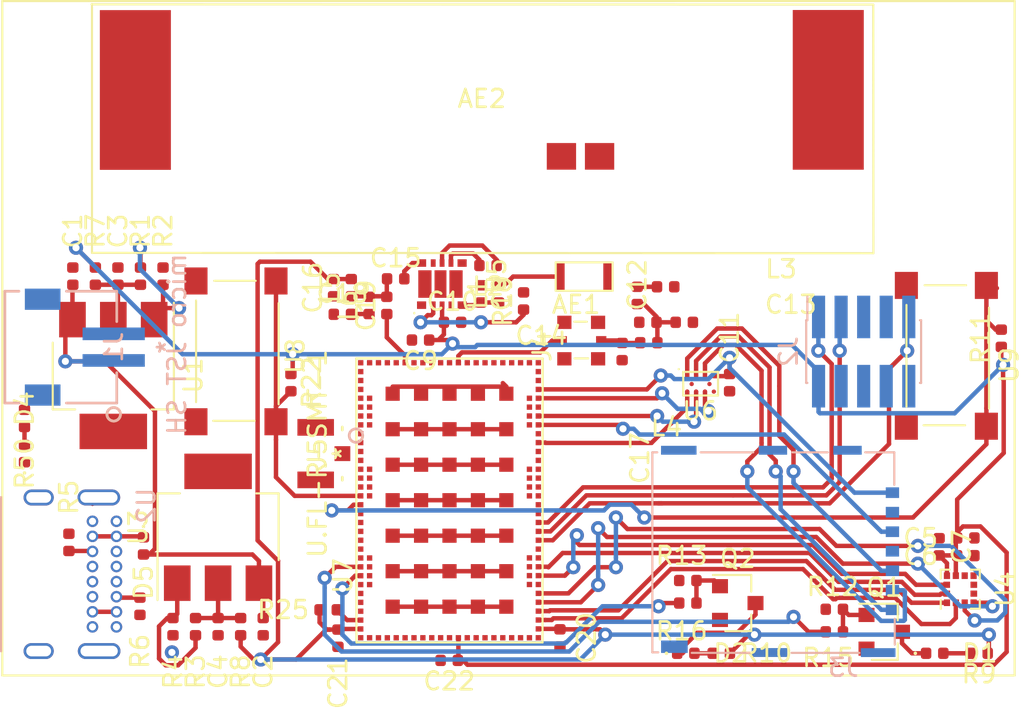
<source format=kicad_pcb>
(kicad_pcb (version 20171130) (host pcbnew "(5.1.5)-3")
  (layers (0 F.Cu signal) (31 B.Cu signal) (34 B.Paste user hide) (35 F.Paste user hide) (36 B.SilkS user hide) (37 F.SilkS user) (38 B.Mask user hide) (39 F.Mask user hide) (44 Edge.Cuts user hide))
  (net 0 "")
  (net 1 "Net-(AE1-Pad1)")
  (net 2 GND)
  (net 3 VBUS)
  (net 4 "Net-(C3-Pad1)")
  (net 5 "Net-(C4-Pad1)")
  (net 6 +1V8)
  (net 7 "Net-(C8-Pad2)")
  (net 8 SIM_1V8)
  (net 9 "Net-(C12-Pad2)")
  (net 10 "Net-(C15-Pad2)")
  (net 11 "Net-(C15-Pad1)")
  (net 12 +3V3)
  (net 13 "Net-(C17-Pad1)")
  (net 14 "Net-(C18-Pad2)")
  (net 15 "Net-(C19-Pad1)")
  (net 16 "Net-(D1-Pad1)")
  (net 17 "Net-(D1-Pad2)")
  (net 18 "Net-(D2-Pad2)")
  (net 19 "Net-(D2-Pad1)")
  (net 20 SWDIO)
  (net 21 SWDCLK)
  (net 22 "Net-(J2-Pad5)")
  (net 23 "Net-(J2-Pad7)")
  (net 24 "Net-(J2-Pad8)")
  (net 25 SWRESET)
  (net 26 "Net-(J2-Pad10)")
  (net 27 SIM_DETECT)
  (net 28 "Net-(J3-PadC6)")
  (net 29 "Net-(J3-PadC2)")
  (net 30 "Net-(J3-PadC7)")
  (net 31 "Net-(J3-PadC3)")
  (net 32 "Net-(J4-PadSIG2)")
  (net 33 "Net-(L2-Pad2)")
  (net 34 "Net-(L2-Pad1)")
  (net 35 "Net-(Q1-Pad1)")
  (net 36 "Net-(Q2-Pad1)")
  (net 37 "Net-(R1-Pad2)")
  (net 38 "Net-(R3-Pad2)")
  (net 39 "Net-(R5-Pad1)")
  (net 40 "Net-(R6-Pad1)")
  (net 41 "Net-(R15-Pad2)")
  (net 42 "Net-(R16-Pad2)")
  (net 43 GPS_EN)
  (net 44 "Net-(R22-Pad2)")
  (net 45 "Net-(R25-Pad2)")
  (net 46 SIM_RST)
  (net 47 SIM_CLK)
  (net 48 SIM_DATA)
  (net 49 ACC_CS)
  (net 50 ACC_CLK)
  (net 51 ACC_MOSI)
  (net 52 ACC_MISO)
  (net 53 ACC_INT1)
  (net 54 ACC_INT2)
  (net 55 "Net-(U2-PadA6)")
  (net 56 "Net-(U2-PadA7)")
  (net 57 "Net-(U2-PadA8)")
  (net 58 "Net-(U2-PadB6)")
  (net 59 "Net-(U2-PadB7)")
  (net 60 "Net-(U2-PadB8)")
  (net 61 "Net-(U4-Pad7)")
  (net 62 "Net-(U4-Pad5)")
  (net 63 "Net-(U6-PadC4)")
  (net 64 "Net-(U7-Pad2)")
  (net 65 "Net-(U7-Pad3)")
  (net 66 "Net-(U7-Pad4)")
  (net 67 "Net-(U7-Pad6)")
  (net 68 "Net-(U7-Pad7)")
  (net 69 "Net-(U7-Pad8)")
  (net 70 "Net-(U7-Pad10)")
  (net 71 "Net-(U7-Pad11)")
  (net 72 "Net-(U7-Pad13)")
  (net 73 "Net-(U7-Pad15)")
  (net 74 "Net-(U7-Pad16)")
  (net 75 "Net-(U7-Pad18)")
  (net 76 "Net-(U7-Pad19)")
  (net 77 "Net-(U7-Pad20)")
  (net 78 "Net-(U7-Pad30)")
  (net 79 "Net-(U7-Pad35)")
  (net 80 "Net-(U7-Pad37)")
  (net 81 "Net-(U7-Pad38)")
  (net 82 "Net-(U7-Pad39)")
  (net 83 "Net-(U7-Pad40)")
  (net 84 "Net-(U7-Pad42)")
  (net 85 "Net-(U7-Pad51)")
  (net 86 "Net-(U7-Pad53)")
  (net 87 "Net-(U7-Pad54)")
  (net 88 "Net-(U7-Pad55)")
  (net 89 "Net-(U7-Pad57)")
  (net 90 "Net-(U7-Pad58)")
  (net 91 "Net-(U7-Pad59)")
  (net 92 "Net-(U7-Pad64)")
  (net 93 "Net-(U7-Pad68)")
  (net 94 "Net-(U7-Pad69)")
  (net 95 "Net-(U7-Pad70)")
  (net 96 "Net-(U7-Pad71)")
  (net 97 "Net-(U7-Pad73)")
  (net 98 "Net-(U7-Pad84)")
  (net 99 "Net-(U7-Pad86)")
  (net 100 "Net-(U7-Pad91)")
  (net 101 "Net-(U7-Pad92)")
  (net 102 "Net-(U7-Pad93)")
  (net 103 "Net-(U7-Pad99)")
  (net 104 "Net-(U7-Pad100)")
  (net 105 "Net-(U7-Pad104)")
  (net 106 "Net-(U7-Pad105)")
  (net 107 "Net-(U7-Pad106)")
  (net 108 "Net-(U7-Pad107)")
  (net 109 "Net-(U7-Pad108)")
  (net 110 "Net-(U7-Pad109)")
  (net 111 "Net-(U7-Pad110)")
  (net 112 "Net-(U7-Pad111)")
  (net 113 "Net-(U7-Pad112)")
  (net 114 "Net-(U7-Pad113)")
  (net 115 "Net-(U7-Pad114)")
  (net 116 "Net-(U7-Pad115)")
  (net 117 "Net-(U7-Pad116)")
  (net 118 "Net-(U7-Pad117)")
  (net 119 "Net-(U7-Pad118)")
  (net 120 "Net-(U7-Pad119)")
  (net 121 "Net-(U7-Pad120)")
  (net 122 "Net-(U7-Pad121)")
  (net 123 "Net-(U7-Pad122)")
  (net 124 "Net-(U7-Pad123)")
  (net 125 "Net-(U7-Pad124)")
  (net 126 "Net-(U7-Pad125)")
  (net 127 "Net-(U7-Pad126)")
  (net 128 "Net-(U7-Pad127)")
  (net 129 "Net-(D4-Pad2)")
  (net 130 "Net-(D5-Pad1)")
  (net 131 "Net-(R11-Pad2)")
  (net 132 "Net-(U7-Pad89)")
  (net 133 "Net-(U7-Pad97)")
  (net 134 "Net-(AE2-Pad1)")
  (module MyLibs:S2B-ZR-SM4A-TFLFSN (layer B.Cu) (at 108.5 116 270)
    (fp_text reference J1 (at 0 2.977401 90) (layer B.SilkS) (effects (justify mirror)))
    (fp_text value " micro JST SH" (at -0.5475 -0.585 90) (layer B.SilkS) (effects (justify mirror)))
    (fp_text user * (at 0 0 90) (layer B.SilkS) (effects (justify mirror)))
    (pad 4 smd rect (at 2.7 6.9774 270) (size 1.1938 2.0066) (layers B.Cu B.Paste B.Mask))
    (pad 3 smd rect (at -2.7 6.9774 270) (size 1.1938 2.0066) (layers B.Cu B.Paste B.Mask))
    (pad 2 smd rect (at -0.7493 2.977401 270) (size 0.7112 3.5052) (layers B.Cu B.Paste B.Mask) (net 2 GND))
    (pad 1 smd rect (at 0.7493 2.977401 270) (size 0.7112 3.5052) (layers B.Cu B.Paste B.Mask) (net 3 VBUS))
  )
  (module Package_TO_SOT_SMD:SOT-223 (layer F.Cu) (at 111.4 126.15 90)
    (fp_text reference U3 (at 0 -4.5 90) (layer F.SilkS))
    (fp_text value LM1117-ADJ)
    (pad 4 smd rect (at 3.15 0 90) (size 2 3.8) (layers F.Cu F.Paste F.Mask))
    (pad 2 smd rect (at -3.15 0 90) (size 2 1.5) (layers F.Cu F.Paste F.Mask) (net 5 "Net-(C4-Pad1)"))
    (pad 3 smd rect (at -3.15 2.3 90) (size 2 1.5) (layers F.Cu F.Paste F.Mask) (net 3 VBUS))
    (pad 1 smd rect (at -3.15 -2.3 90) (size 2 1.5) (layers F.Cu F.Paste F.Mask) (net 38 "Net-(R3-Pad2)"))
  )
  (module Resistor_SMD:R_0402_1005Metric (layer F.Cu) (at 115.5 118 270)
    (fp_text reference R22 (at 0 -1.17 90) (layer F.SilkS))
    (fp_text value 10K)
    (pad 2 smd roundrect (at 0.485 0 270) (size 0.59 0.64) (layers F.Cu F.Paste F.Mask) (net 44 "Net-(R22-Pad2)"))
    (pad 1 smd roundrect (at -0.485 0 270) (size 0.59 0.64) (layers F.Cu F.Paste F.Mask) (net 6 +1V8))
  )
  (module MyLibs:PTS645SM43SMTR92 (layer F.Cu) (at 114 112.25 270)
    (fp_text reference U8 (at 4.25 -1.75 270) (layer F.SilkS))
    (fp_text value PTS645SM43SMTR92)
    (pad 1 smd rect (at 0.0225 -0.66 270) (size 1.524 1.3) (layers F.Cu F.Paste F.Mask) (net 44 "Net-(R22-Pad2)"))
    (pad 2 smd rect (at 7.955 -0.66 270) (size 1.524 1.3) (layers F.Cu F.Paste F.Mask) (net 44 "Net-(R22-Pad2)"))
    (pad 3 smd rect (at 0.0225 3.845 270) (size 1.524 1.3) (layers F.Cu F.Paste F.Mask) (net 2 GND))
    (pad 4 smd rect (at 7.955 3.8475 270) (size 1.524 1.3) (layers F.Cu F.Paste F.Mask) (net 2 GND))
  )
  (module "MyLibs:26-KP13B-SF-PEJ(800)DKR-ND" (layer B.Cu) (at 149.75 124.5 90)
    (fp_text reference J3 (at -9.5525 -3.1375 180) (layer B.SilkS) (effects (justify mirror)))
    (fp_text value SIM_Card)
    (pad C1 smd rect (at 0.3 -0.38 90) (size 0.6 0.75) (layers B.Cu B.Paste B.Mask) (net 8 SIM_1V8))
    (pad C5 smd rect (at -0.8 -0.38 90) (size 0.6 0.75) (layers B.Cu B.Paste B.Mask) (net 2 GND))
    (pad D/T smd rect (at -1.9 -0.38 90) (size 0.6 0.75) (layers B.Cu B.Paste B.Mask) (net 27 SIM_DETECT))
    (pad C6 smd rect (at -3 -0.38 90) (size 0.6 0.75) (layers B.Cu B.Paste B.Mask) (net 28 "Net-(J3-PadC6)"))
    (pad C2 smd rect (at -4.1 -0.38 90) (size 0.6 0.75) (layers B.Cu B.Paste B.Mask) (net 29 "Net-(J3-PadC2)"))
    (pad C7 smd rect (at -5.2 -0.38 90) (size 0.6 0.75) (layers B.Cu B.Paste B.Mask) (net 30 "Net-(J3-PadC7)"))
    (pad C3 smd rect (at -6.3 -0.38 90) (size 0.6 0.75) (layers B.Cu B.Paste B.Mask) (net 31 "Net-(J3-PadC3)"))
    (pad GND1 smd rect (at -8.38 -12.6575 90) (size 0.7 1.5) (layers B.Cu B.Paste B.Mask) (net 2 GND))
    (pad GND2 smd rect (at -8.7075 -7.3025 90) (size 0.5 2) (layers B.Cu B.Paste B.Mask) (net 2 GND))
    (pad GND3 smd rect (at -8.7125 -1.1825 90) (size 0.5 1.95) (layers B.Cu B.Paste B.Mask) (net 2 GND))
    (pad GND4 smd rect (at 2.69 -2.91 90) (size 0.5 1.6) (layers B.Cu B.Paste B.Mask) (net 2 GND))
    (pad GND5 smd rect (at 2.69 -7.11 90) (size 0.5 1.6) (layers B.Cu B.Paste B.Mask) (net 2 GND))
    (pad GND6 smd rect (at 2.69 -12.41 90) (size 0.5 2) (layers B.Cu B.Paste B.Mask) (net 2 GND))
  )
  (module Capacitor_SMD:C_0402_1005Metric (layer F.Cu) (at 118.15 132.4 270)
    (fp_text reference C21 (at 2.54 0 90) (layer F.SilkS))
    (fp_text value 4.7uF)
    (pad 1 smd roundrect (at -0.485 0 270) (size 0.59 0.64) (layers F.Cu F.Paste F.Mask) (net 12 +3V3))
    (pad 2 smd roundrect (at 0.485 0 270) (size 0.59 0.64) (layers F.Cu F.Paste F.Mask) (net 2 GND))
  )
  (module Resistor_SMD:R_0402_1005Metric (layer F.Cu) (at 110.13 131.75 270)
    (fp_text reference R3 (at 2.54 0 90) (layer F.SilkS))
    (fp_text value 220)
    (pad 1 smd roundrect (at -0.485 0 270) (size 0.59 0.64) (layers F.Cu F.Paste F.Mask) (net 5 "Net-(C4-Pad1)"))
    (pad 2 smd roundrect (at 0.485 0 270) (size 0.59 0.64) (layers F.Cu F.Paste F.Mask) (net 38 "Net-(R3-Pad2)"))
  )
  (module Capacitor_SMD:C_0402_1005Metric (layer F.Cu) (at 103.22 112 90)
    (fp_text reference C1 (at 2.54 0 90) (layer F.SilkS))
    (fp_text value 10uF)
    (pad 2 smd roundrect (at 0.485 0 90) (size 0.59 0.64) (layers F.Cu F.Paste F.Mask) (net 2 GND))
    (pad 1 smd roundrect (at -0.485 0 90) (size 0.59 0.64) (layers F.Cu F.Paste F.Mask) (net 3 VBUS))
  )
  (module Capacitor_SMD:C_0402_1005Metric (layer F.Cu) (at 113.94 131.75 270)
    (fp_text reference C2 (at 2.54 0 90) (layer F.SilkS))
    (fp_text value 10uF)
    (pad 2 smd roundrect (at 0.485 0 270) (size 0.59 0.64) (layers F.Cu F.Paste F.Mask) (net 2 GND))
    (pad 1 smd roundrect (at -0.485 0 270) (size 0.59 0.64) (layers F.Cu F.Paste F.Mask) (net 3 VBUS))
  )
  (module Capacitor_SMD:C_0402_1005Metric (layer F.Cu) (at 105.76 112 90)
    (fp_text reference C3 (at 2.54 0 90) (layer F.SilkS))
    (fp_text value 100uF)
    (pad 2 smd roundrect (at 0.485 0 90) (size 0.59 0.64) (layers F.Cu F.Paste F.Mask) (net 2 GND))
    (pad 1 smd roundrect (at -0.485 0 90) (size 0.59 0.64) (layers F.Cu F.Paste F.Mask) (net 4 "Net-(C3-Pad1)"))
  )
  (module Capacitor_SMD:C_0402_1005Metric (layer F.Cu) (at 111.4 131.75 270)
    (fp_text reference C4 (at 2.54 0 90) (layer F.SilkS))
    (fp_text value 100uF)
    (pad 1 smd roundrect (at -0.485 0 270) (size 0.59 0.64) (layers F.Cu F.Paste F.Mask) (net 5 "Net-(C4-Pad1)"))
    (pad 2 smd roundrect (at 0.485 0 270) (size 0.59 0.64) (layers F.Cu F.Paste F.Mask) (net 2 GND))
  )
  (module Capacitor_SMD:C_0402_1005Metric (layer F.Cu) (at 153.5 126.75)
    (fp_text reference C5 (at -2.54 0) (layer F.SilkS))
    (fp_text value 10uF)
    (pad 1 smd roundrect (at -0.485 0) (size 0.59 0.64) (layers F.Cu F.Paste F.Mask) (net 6 +1V8))
    (pad 2 smd roundrect (at 0.485 0) (size 0.59 0.64) (layers F.Cu F.Paste F.Mask) (net 2 GND))
  )
  (module Capacitor_SMD:C_0402_1005Metric (layer F.Cu) (at 153.5 127.75)
    (fp_text reference C6 (at -2.54 0) (layer F.SilkS))
    (fp_text value 100nF)
    (pad 1 smd roundrect (at -0.485 0) (size 0.59 0.64) (layers F.Cu F.Paste F.Mask) (net 6 +1V8))
    (pad 2 smd roundrect (at 0.485 0) (size 0.59 0.64) (layers F.Cu F.Paste F.Mask) (net 2 GND))
  )
  (module Capacitor_SMD:C_0402_1005Metric (layer F.Cu) (at 152 127.25 90)
    (fp_text reference C7 (at 0 1.27 90) (layer F.SilkS))
    (fp_text value 100nF)
    (pad 1 smd roundrect (at -0.485 0 90) (size 0.59 0.64) (layers F.Cu F.Paste F.Mask) (net 6 +1V8))
    (pad 2 smd roundrect (at 0.485 0 90) (size 0.59 0.64) (layers F.Cu F.Paste F.Mask) (net 2 GND))
  )
  (module Capacitor_SMD:C_0402_1005Metric (layer F.Cu) (at 140.2 118 270)
    (fp_text reference C11 (at -2.54 0 270) (layer F.SilkS))
    (fp_text value 1uF)
    (pad 1 smd roundrect (at -0.485 0 270) (size 0.59 0.64) (layers F.Cu F.Paste F.Mask) (net 8 SIM_1V8))
    (pad 2 smd roundrect (at 0.485 0 270) (size 0.59 0.64) (layers F.Cu F.Paste F.Mask) (net 2 GND))
  )
  (module Capacitor_SMD:C_0402_1005Metric (layer F.Cu) (at 135 113.085 270)
    (fp_text reference C12 (at -0.6 0 90) (layer F.SilkS))
    (fp_text value 3.5pF)
    (pad 2 smd roundrect (at 0.485 0 270) (size 0.59 0.64) (layers F.Cu F.Paste F.Mask) (net 9 "Net-(C12-Pad2)"))
    (pad 1 smd roundrect (at -0.485 0 270) (size 0.59 0.64) (layers F.Cu F.Paste F.Mask) (net 134 "Net-(AE2-Pad1)"))
  )
  (module Capacitor_SMD:C_0402_1005Metric (layer F.Cu) (at 137.65 114.6)
    (fp_text reference C13 (at 6 -1) (layer F.SilkS))
    (fp_text value NC)
    (pad 2 smd roundrect (at 0.485 0) (size 0.59 0.64) (layers F.Cu F.Paste F.Mask) (net 2 GND))
    (pad 1 smd roundrect (at -0.485 0) (size 0.59 0.64) (layers F.Cu F.Paste F.Mask) (net 9 "Net-(C12-Pad2)"))
  )
  (module Capacitor_SMD:C_0402_1005Metric (layer F.Cu) (at 135.6 114.6 180)
    (fp_text reference C14 (at 6 -0.75) (layer F.SilkS))
    (fp_text value NC)
    (pad 1 smd roundrect (at -0.485 0 180) (size 0.59 0.64) (layers F.Cu F.Paste F.Mask) (net 9 "Net-(C12-Pad2)"))
    (pad 2 smd roundrect (at 0.485 0 180) (size 0.59 0.64) (layers F.Cu F.Paste F.Mask) (net 2 GND))
  )
  (module Capacitor_SMD:C_0402_1005Metric (layer F.Cu) (at 134.15 116.25 270)
    (fp_text reference C17 (at 6 -1 90) (layer F.SilkS))
    (fp_text value NC)
    (pad 2 smd roundrect (at 0.485 0 270) (size 0.59 0.64) (layers F.Cu F.Paste F.Mask) (net 2 GND))
    (pad 1 smd roundrect (at -0.485 0 270) (size 0.59 0.64) (layers F.Cu F.Paste F.Mask) (net 13 "Net-(C17-Pad1)"))
  )
  (module Capacitor_SMD:C_0402_1005Metric (layer F.Cu) (at 118.4 114.15)
    (fp_text reference C18 (at 0 -1.17) (layer F.SilkS))
    (fp_text value NC)
    (pad 1 smd roundrect (at -0.485 0) (size 0.59 0.64) (layers F.Cu F.Paste F.Mask) (net 2 GND))
    (pad 2 smd roundrect (at 0.485 0) (size 0.59 0.64) (layers F.Cu F.Paste F.Mask) (net 14 "Net-(C18-Pad2)"))
  )
  (module Capacitor_SMD:C_0402_1005Metric (layer F.Cu) (at 120.9 113.65 90)
    (fp_text reference C19 (at 0 -1.17 90) (layer F.SilkS))
    (fp_text value 39pF)
    (pad 2 smd roundrect (at 0.485 0 90) (size 0.59 0.64) (layers F.Cu F.Paste F.Mask) (net 11 "Net-(C15-Pad1)"))
    (pad 1 smd roundrect (at -0.485 0 90) (size 0.59 0.64) (layers F.Cu F.Paste F.Mask) (net 15 "Net-(C19-Pad1)"))
  )
  (module Capacitor_SMD:C_0402_1005Metric (layer F.Cu) (at 130.65 132.385 270)
    (fp_text reference C20 (at 0 -1.5 90) (layer F.SilkS))
    (fp_text value 4.7uF)
    (pad 2 smd roundrect (at 0.485 0 270) (size 0.59 0.64) (layers F.Cu F.Paste F.Mask) (net 2 GND))
    (pad 1 smd roundrect (at -0.485 0 270) (size 0.59 0.64) (layers F.Cu F.Paste F.Mask) (net 12 +3V3))
  )
  (module Capacitor_SMD:C_0402_1005Metric (layer F.Cu) (at 124.415 133.65 180)
    (fp_text reference C22 (at 0 -1.17) (layer F.SilkS))
    (fp_text value 4.7uF)
    (pad 2 smd roundrect (at 0.485 0 180) (size 0.59 0.64) (layers F.Cu F.Paste F.Mask) (net 2 GND))
    (pad 1 smd roundrect (at -0.485 0 180) (size 0.59 0.64) (layers F.Cu F.Paste F.Mask) (net 6 +1V8))
  )
  (module LED_SMD:LED_0402_1005Metric (layer F.Cu) (at 151.75 133.25)
    (fp_text reference D1 (at 2.54 0) (layer F.SilkS))
    (fp_text value LED)
    (pad 1 smd roundrect (at -0.485 0) (size 0.59 0.64) (layers F.Cu F.Paste F.Mask) (net 16 "Net-(D1-Pad1)"))
    (pad 2 smd roundrect (at 0.485 0) (size 0.59 0.64) (layers F.Cu F.Paste F.Mask) (net 17 "Net-(D1-Pad2)"))
  )
  (module LED_SMD:LED_0402_1005Metric (layer F.Cu) (at 137.735 133.25)
    (fp_text reference D2 (at 2.54 0) (layer F.SilkS))
    (fp_text value LED)
    (pad 2 smd roundrect (at 0.485 0) (size 0.59 0.64) (layers F.Cu F.Paste F.Mask) (net 18 "Net-(D2-Pad2)"))
    (pad 1 smd roundrect (at -0.485 0) (size 0.59 0.64) (layers F.Cu F.Paste F.Mask) (net 19 "Net-(D2-Pad1)"))
  )
  (module Connector_PinHeader_1.27mm:PinHeader_2x05_P1.27mm_Vertical_SMD (layer B.Cu) (at 147.75 116.25 270)
    (fp_text reference J2 (at 0 4.235 270) (layer B.SilkS) (effects (justify mirror)))
    (fp_text value GRPB052VWQS-RC)
    (pad 1 smd rect (at -1.95 2.54 270) (size 2.4 0.74) (layers B.Cu B.Paste B.Mask) (net 20 SWDIO))
    (pad 2 smd rect (at 1.95 2.54 270) (size 2.4 0.74) (layers B.Cu B.Paste B.Mask) (net 6 +1V8))
    (pad 3 smd rect (at -1.95 1.27 270) (size 2.4 0.74) (layers B.Cu B.Paste B.Mask) (net 21 SWDCLK))
    (pad 4 smd rect (at 1.95 1.27 270) (size 2.4 0.74) (layers B.Cu B.Paste B.Mask) (net 2 GND))
    (pad 5 smd rect (at -1.95 0 270) (size 2.4 0.74) (layers B.Cu B.Paste B.Mask) (net 22 "Net-(J2-Pad5)"))
    (pad 6 smd rect (at 1.95 0 270) (size 2.4 0.74) (layers B.Cu B.Paste B.Mask) (net 2 GND))
    (pad 7 smd rect (at -1.95 -1.27 270) (size 2.4 0.74) (layers B.Cu B.Paste B.Mask) (net 23 "Net-(J2-Pad7)"))
    (pad 8 smd rect (at 1.95 -1.27 270) (size 2.4 0.74) (layers B.Cu B.Paste B.Mask) (net 24 "Net-(J2-Pad8)"))
    (pad 9 smd rect (at -1.95 -2.54 270) (size 2.4 0.74) (layers B.Cu B.Paste B.Mask) (net 25 SWRESET))
    (pad 10 smd rect (at 1.95 -2.54 270) (size 2.4 0.74) (layers B.Cu B.Paste B.Mask) (net 26 "Net-(J2-Pad10)"))
  )
  (module MyLibs:MM8130-2600 (layer F.Cu) (at 130.15 118 270)
    (fp_text reference J4 (at -2.035 0.505 90) (layer F.SilkS))
    (fp_text value MM8130-2600)
    (pad GND1 smd rect (at -3.3975 -2.645 270) (size 0.75 0.8) (layers F.Cu F.Paste F.Mask) (net 2 GND))
    (pad GND2 smd rect (at -1.3425 -2.6475 270) (size 0.75 0.8) (layers F.Cu F.Paste F.Mask) (net 2 GND))
    (pad GND3 smd rect (at -3.3975 -0.7475 270) (size 0.75 0.8) (layers F.Cu F.Paste F.Mask) (net 2 GND))
    (pad GND4 smd rect (at -1.3425 -0.7475 270) (size 0.75 0.8) (layers F.Cu F.Paste F.Mask) (net 2 GND))
    (pad SIG1 smd rect (at -2.3725 -2.8225 270) (size 0.5 0.58) (layers F.Cu F.Paste F.Mask) (net 13 "Net-(C17-Pad1)"))
    (pad SIG2 smd rect (at -2.37 -0.6 270) (size 0.5 0.58) (layers F.Cu F.Paste F.Mask) (net 32 "Net-(J4-PadSIG2)"))
  )
  (module MyLibs:U.FL-R-SMT-110 (layer F.Cu) (at 118.4 122 270)
    (fp_text reference J5 (at 0 1.4035 90) (layer F.SilkS))
    (fp_text value U.FL-R-SMT-1 (at 0 1.4035 90) (layer F.SilkS))
    (fp_text user * (at 0 0 90) (layer F.SilkS))
    (pad 1 smd rect (at 0 0 270) (size 0.8382 0.889) (layers F.Cu F.Paste F.Mask) (net 2 GND))
    (pad 3 smd rect (at 1.48 1.505001 270) (size 0.9398 2.0574) (layers F.Cu F.Paste F.Mask))
    (pad 2 smd rect (at -1.48 1.505001 270) (size 0.9398 2.0574) (layers F.Cu F.Paste F.Mask) (net 11 "Net-(C15-Pad1)"))
  )
  (module Inductor_SMD:L_0402_1005Metric (layer F.Cu) (at 136.6 112.6)
    (fp_text reference L3 (at 6.5 -1) (layer F.SilkS))
    (fp_text value 22nH)
    (pad 1 smd roundrect (at -0.485 0) (size 0.59 0.64) (layers F.Cu F.Paste F.Mask) (net 134 "Net-(AE2-Pad1)"))
    (pad 2 smd roundrect (at 0.485 0) (size 0.59 0.64) (layers F.Cu F.Paste F.Mask) (net 2 GND))
  )
  (module Inductor_SMD:L_0402_1005Metric (layer F.Cu) (at 135.65 115.75 180)
    (fp_text reference L4 (at -1 -4.75) (layer F.SilkS))
    (fp_text value 1.5nH)
    (pad 2 smd roundrect (at 0.485 0 180) (size 0.59 0.64) (layers F.Cu F.Paste F.Mask) (net 13 "Net-(C17-Pad1)"))
    (pad 1 smd roundrect (at -0.485 0 180) (size 0.59 0.64) (layers F.Cu F.Paste F.Mask) (net 9 "Net-(C12-Pad2)"))
  )
  (module Inductor_SMD:L_0402_1005Metric (layer F.Cu) (at 118.9 112.65 90)
    (fp_text reference L5 (at 0 -1.17 90) (layer F.SilkS))
    (fp_text value 68nH)
    (pad 1 smd roundrect (at -0.485 0 90) (size 0.59 0.64) (layers F.Cu F.Paste F.Mask) (net 11 "Net-(C15-Pad1)"))
    (pad 2 smd roundrect (at 0.485 0 90) (size 0.59 0.64) (layers F.Cu F.Paste F.Mask) (net 12 +3V3))
  )
  (module Inductor_SMD:L_0402_1005Metric (layer F.Cu) (at 119.9 113.65 90)
    (fp_text reference L6 (at 0 -1.17 90) (layer F.SilkS))
    (fp_text value NC)
    (pad 1 smd roundrect (at -0.485 0 90) (size 0.59 0.64) (layers F.Cu F.Paste F.Mask) (net 14 "Net-(C18-Pad2)"))
    (pad 2 smd roundrect (at 0.485 0 90) (size 0.59 0.64) (layers F.Cu F.Paste F.Mask) (net 11 "Net-(C15-Pad1)"))
  )
  (module Package_TO_SOT_SMD:SOT-23 (layer F.Cu) (at 148.91 132.04)
    (fp_text reference Q1 (at 0 -2.5) (layer F.SilkS))
    (fp_text value DMN65D8L)
    (pad 3 smd rect (at 1 0) (size 0.9 0.8) (layers F.Cu F.Paste F.Mask) (net 16 "Net-(D1-Pad1)"))
    (pad 2 smd rect (at -1 0.95) (size 0.9 0.8) (layers F.Cu F.Paste F.Mask) (net 2 GND))
    (pad 1 smd rect (at -1 -0.95) (size 0.9 0.8) (layers F.Cu F.Paste F.Mask) (net 35 "Net-(Q1-Pad1)"))
  )
  (module Package_TO_SOT_SMD:SOT-23 (layer F.Cu) (at 140.66 130.42)
    (fp_text reference Q2 (at 0 -2.5) (layer F.SilkS))
    (fp_text value DMN65D8L)
    (pad 1 smd rect (at -1 -0.95) (size 0.9 0.8) (layers F.Cu F.Paste F.Mask) (net 36 "Net-(Q2-Pad1)"))
    (pad 2 smd rect (at -1 0.95) (size 0.9 0.8) (layers F.Cu F.Paste F.Mask) (net 2 GND))
    (pad 3 smd rect (at 1 0) (size 0.9 0.8) (layers F.Cu F.Paste F.Mask) (net 19 "Net-(D2-Pad1)"))
  )
  (module Resistor_SMD:R_0402_1005Metric (layer F.Cu) (at 107.03 112 90)
    (fp_text reference R1 (at 2.54 0 90) (layer F.SilkS))
    (fp_text value 1000)
    (pad 2 smd roundrect (at 0.485 0 90) (size 0.59 0.64) (layers F.Cu F.Paste F.Mask) (net 37 "Net-(R1-Pad2)"))
    (pad 1 smd roundrect (at -0.485 0 90) (size 0.59 0.64) (layers F.Cu F.Paste F.Mask) (net 4 "Net-(C3-Pad1)"))
  )
  (module Resistor_SMD:R_0402_1005Metric (layer F.Cu) (at 108.3 112 90)
    (fp_text reference R2 (at 2.54 0 90) (layer F.SilkS))
    (fp_text value 440)
    (pad 1 smd roundrect (at -0.485 0 90) (size 0.59 0.64) (layers F.Cu F.Paste F.Mask) (net 37 "Net-(R1-Pad2)"))
    (pad 2 smd roundrect (at 0.485 0 90) (size 0.59 0.64) (layers F.Cu F.Paste F.Mask) (net 2 GND))
  )
  (module Resistor_SMD:R_0402_1005Metric (layer F.Cu) (at 108.86 131.75 270)
    (fp_text reference R4 (at 2.54 0 90) (layer F.SilkS))
    (fp_text value 360)
    (pad 2 smd roundrect (at 0.485 0 270) (size 0.59 0.64) (layers F.Cu F.Paste F.Mask) (net 2 GND))
    (pad 1 smd roundrect (at -0.485 0 270) (size 0.59 0.64) (layers F.Cu F.Paste F.Mask) (net 38 "Net-(R3-Pad2)"))
  )
  (module Resistor_SMD:R_0402_1005Metric (layer F.Cu) (at 103 127 90)
    (fp_text reference R5 (at 2.54 0 90) (layer F.SilkS))
    (fp_text value NC)
    (pad 1 smd roundrect (at -0.485 0 90) (size 0.59 0.64) (layers F.Cu F.Paste F.Mask) (net 39 "Net-(R5-Pad1)"))
    (pad 2 smd roundrect (at 0.485 0 90) (size 0.59 0.64) (layers F.Cu F.Paste F.Mask) (net 2 GND))
  )
  (module Resistor_SMD:R_0402_1005Metric (layer F.Cu) (at 107 130.6 270)
    (fp_text reference R6 (at 2.54 0 90) (layer F.SilkS))
    (fp_text value 5.1K)
    (pad 2 smd roundrect (at 0.485 0 270) (size 0.59 0.64) (layers F.Cu F.Paste F.Mask) (net 2 GND))
    (pad 1 smd roundrect (at -0.485 0 270) (size 0.59 0.64) (layers F.Cu F.Paste F.Mask) (net 40 "Net-(R6-Pad1)"))
  )
  (module Resistor_SMD:R_0402_1005Metric (layer F.Cu) (at 104.49 112 270)
    (fp_text reference R7 (at -2.54 0 90) (layer F.SilkS))
    (fp_text value 0)
    (pad 1 smd roundrect (at -0.485 0 270) (size 0.59 0.64) (layers F.Cu F.Paste F.Mask) (net 6 +1V8))
    (pad 2 smd roundrect (at 0.485 0 270) (size 0.59 0.64) (layers F.Cu F.Paste F.Mask) (net 4 "Net-(C3-Pad1)"))
  )
  (module Resistor_SMD:R_0402_1005Metric (layer F.Cu) (at 112.67 131.75 90)
    (fp_text reference R8 (at -2.54 0 90) (layer F.SilkS))
    (fp_text value 0)
    (pad 2 smd roundrect (at 0.485 0 90) (size 0.59 0.64) (layers F.Cu F.Paste F.Mask) (net 5 "Net-(C4-Pad1)"))
    (pad 1 smd roundrect (at -0.485 0 90) (size 0.59 0.64) (layers F.Cu F.Paste F.Mask) (net 12 +3V3))
  )
  (module Resistor_SMD:R_0402_1005Metric (layer F.Cu) (at 154.25 133.25 180)
    (fp_text reference R9 (at 0 -1.17) (layer F.SilkS))
    (fp_text value 0)
    (pad 1 smd roundrect (at -0.485 0 180) (size 0.59 0.64) (layers F.Cu F.Paste F.Mask) (net 12 +3V3))
    (pad 2 smd roundrect (at 0.485 0 180) (size 0.59 0.64) (layers F.Cu F.Paste F.Mask) (net 17 "Net-(D1-Pad2)"))
  )
  (module Resistor_SMD:R_0402_1005Metric (layer F.Cu) (at 139.735 133.25 180)
    (fp_text reference R10 (at -2.54 0) (layer F.SilkS))
    (fp_text value 0)
    (pad 2 smd roundrect (at 0.485 0 180) (size 0.59 0.64) (layers F.Cu F.Paste F.Mask) (net 18 "Net-(D2-Pad2)"))
    (pad 1 smd roundrect (at -0.485 0 180) (size 0.59 0.64) (layers F.Cu F.Paste F.Mask) (net 12 +3V3))
  )
  (module Resistor_SMD:R_0402_1005Metric (layer F.Cu) (at 146.1 130.77 180)
    (fp_text reference R12 (at 0.1 1.27) (layer F.SilkS))
    (fp_text value 10K)
    (pad 1 smd roundrect (at -0.485 0 180) (size 0.59 0.64) (layers F.Cu F.Paste F.Mask) (net 35 "Net-(Q1-Pad1)"))
    (pad 2 smd roundrect (at 0.485 0 180) (size 0.59 0.64) (layers F.Cu F.Paste F.Mask) (net 2 GND))
  )
  (module Resistor_SMD:R_0402_1005Metric (layer F.Cu) (at 137.85 129.15 180)
    (fp_text reference R13 (at 0.35 1.4) (layer F.SilkS))
    (fp_text value 10K)
    (pad 1 smd roundrect (at -0.485 0 180) (size 0.59 0.64) (layers F.Cu F.Paste F.Mask) (net 36 "Net-(Q2-Pad1)"))
    (pad 2 smd roundrect (at 0.485 0 180) (size 0.59 0.64) (layers F.Cu F.Paste F.Mask) (net 2 GND))
  )
  (module Resistor_SMD:R_0402_1005Metric (layer F.Cu) (at 146.1 132.04 180)
    (fp_text reference R15 (at 0.35 -1.46) (layer F.SilkS))
    (fp_text value 100)
    (pad 2 smd roundrect (at 0.485 0 180) (size 0.59 0.64) (layers F.Cu F.Paste F.Mask) (net 41 "Net-(R15-Pad2)"))
    (pad 1 smd roundrect (at -0.485 0 180) (size 0.59 0.64) (layers F.Cu F.Paste F.Mask) (net 35 "Net-(Q1-Pad1)"))
  )
  (module Resistor_SMD:R_0402_1005Metric (layer F.Cu) (at 137.85 130.42 180)
    (fp_text reference R16 (at 0.35 -1.58) (layer F.SilkS))
    (fp_text value 100)
    (pad 2 smd roundrect (at 0.485 0 180) (size 0.59 0.64) (layers F.Cu F.Paste F.Mask) (net 42 "Net-(R16-Pad2)"))
    (pad 1 smd roundrect (at -0.485 0 180) (size 0.59 0.64) (layers F.Cu F.Paste F.Mask) (net 36 "Net-(Q2-Pad1)"))
  )
  (module Resistor_SMD:R_0402_1005Metric (layer F.Cu) (at 117.6 130.8)
    (fp_text reference R25 (at -2.54 0) (layer F.SilkS))
    (fp_text value 10K)
    (pad 2 smd roundrect (at 0.485 0) (size 0.59 0.64) (layers F.Cu F.Paste F.Mask) (net 45 "Net-(R25-Pad2)"))
    (pad 1 smd roundrect (at -0.485 0) (size 0.59 0.64) (layers F.Cu F.Paste F.Mask) (net 12 +3V3))
  )
  (module Package_TO_SOT_SMD:SOT-223 (layer F.Cu) (at 105.5 117.6 270)
    (fp_text reference U1 (at 0 -4.5 90) (layer F.SilkS))
    (fp_text value LM1117-ADJ)
    (pad 1 smd rect (at -3.15 -2.3 270) (size 2 1.5) (layers F.Cu F.Paste F.Mask) (net 37 "Net-(R1-Pad2)"))
    (pad 3 smd rect (at -3.15 2.3 270) (size 2 1.5) (layers F.Cu F.Paste F.Mask) (net 3 VBUS))
    (pad 2 smd rect (at -3.15 0 270) (size 2 1.5) (layers F.Cu F.Paste F.Mask) (net 4 "Net-(C3-Pad1)"))
    (pad 4 smd rect (at 3.15 0 270) (size 2 3.8) (layers F.Cu F.Paste F.Mask))
  )
  (module MyLibs:USB4085-GF-A (layer B.Cu) (at 103.5 128.75 90)
    (fp_text reference U2 (at 3.81 3.865 90) (layer B.SilkS) (effects (justify mirror)))
    (fp_text value USB-C)
    (pad A1 thru_hole circle (at -3.0125 2.1775 90) (size 0.65 0.65) (drill 0.4) (layers *.Cu *.Mask) (net 2 GND))
    (pad A4 thru_hole circle (at -2.1625 2.1775 90) (size 0.65 0.65) (drill 0.4) (layers *.Cu *.Mask) (net 130 "Net-(D5-Pad1)"))
    (pad A5 thru_hole circle (at -1.3125 2.1775 90) (size 0.65 0.65) (drill 0.4) (layers *.Cu *.Mask) (net 40 "Net-(R6-Pad1)"))
    (pad A6 thru_hole circle (at -0.4625 2.1775 90) (size 0.65 0.65) (drill 0.4) (layers *.Cu *.Mask) (net 55 "Net-(U2-PadA6)"))
    (pad A7 thru_hole circle (at 0.3875 2.1775 90) (size 0.65 0.65) (drill 0.4) (layers *.Cu *.Mask) (net 56 "Net-(U2-PadA7)"))
    (pad A8 thru_hole circle (at 1.2375 2.1775 90) (size 0.65 0.65) (drill 0.4) (layers *.Cu *.Mask) (net 57 "Net-(U2-PadA8)"))
    (pad A9 thru_hole circle (at 2.0875 2.1775 90) (size 0.65 0.65) (drill 0.4) (layers *.Cu *.Mask) (net 130 "Net-(D5-Pad1)"))
    (pad A12 thru_hole circle (at 2.9375 2.1775 90) (size 0.65 0.65) (drill 0.4) (layers *.Cu *.Mask) (net 2 GND))
    (pad B1 thru_hole circle (at 2.9375 0.8275 90) (size 0.65 0.65) (drill 0.4) (layers *.Cu *.Mask) (net 2 GND))
    (pad B4 thru_hole circle (at 2.0875 0.8275 90) (size 0.65 0.65) (drill 0.4) (layers *.Cu *.Mask) (net 130 "Net-(D5-Pad1)"))
    (pad B5 thru_hole circle (at 1.2375 0.8275 90) (size 0.65 0.65) (drill 0.4) (layers *.Cu *.Mask) (net 39 "Net-(R5-Pad1)"))
    (pad B6 thru_hole circle (at 0.3875 0.8275 90) (size 0.65 0.65) (drill 0.4) (layers *.Cu *.Mask) (net 58 "Net-(U2-PadB6)"))
    (pad B7 thru_hole circle (at -0.4625 0.8275 90) (size 0.65 0.65) (drill 0.4) (layers *.Cu *.Mask) (net 59 "Net-(U2-PadB7)"))
    (pad B8 thru_hole circle (at -1.3125 0.8275 90) (size 0.65 0.65) (drill 0.4) (layers *.Cu *.Mask) (net 60 "Net-(U2-PadB8)"))
    (pad B9 thru_hole circle (at -2.1625 0.8275 90) (size 0.65 0.65) (drill 0.4) (layers *.Cu *.Mask) (net 130 "Net-(D5-Pad1)"))
    (pad B12 thru_hole circle (at -3.0125 0.8275 90) (size 0.65 0.65) (drill 0.4) (layers *.Cu *.Mask) (net 2 GND))
    (pad H1 thru_hole oval (at -4.375 1.2025 90) (size 0.9 2.4) (drill oval 0.6 2.1) (layers *.Cu *.Mask) (net 2 GND))
    (pad H3 thru_hole oval (at 4.28 1.1875 90) (size 0.9 2.4) (drill oval 0.6 2.1) (layers *.Cu *.Mask) (net 2 GND))
    (pad H2 thru_hole oval (at -4.375 -2.2025 90) (size 0.9 1.7) (drill oval 0.6 1.4) (layers *.Cu *.Mask) (net 2 GND))
    (pad H4 thru_hole oval (at 4.2775 -2.2025 90) (size 0.9 1.7) (drill oval 0.6 1.4) (layers *.Cu *.Mask) (net 2 GND))
  )
  (module Package_LGA:LGA-12_2x2mm_P0.5mm (layer F.Cu) (at 153.19 129.64 90)
    (fp_text reference U4 (at 0 2.54 90) (layer F.SilkS))
    (fp_text value LIS2DS12)
    (pad 2 smd rect (at -0.7625 -0.25 90) (size 0.375 0.35) (layers F.Cu F.Paste F.Mask) (net 49 ACC_CS))
    (pad 3 smd rect (at -0.7625 0.25 90) (size 0.375 0.35) (layers F.Cu F.Paste F.Mask) (net 52 ACC_MISO))
    (pad 9 smd rect (at 0.7625 -0.25 90) (size 0.375 0.35) (layers F.Cu F.Paste F.Mask) (net 6 +1V8))
    (pad 8 smd rect (at 0.7625 0.25 90) (size 0.375 0.35) (layers F.Cu F.Paste F.Mask) (net 2 GND))
    (pad 4 smd rect (at -0.7625 0.75 90) (size 0.375 0.35) (layers F.Cu F.Paste F.Mask) (net 51 ACC_MOSI))
    (pad 7 smd rect (at 0.7625 0.75 90) (size 0.375 0.35) (layers F.Cu F.Paste F.Mask) (net 61 "Net-(U4-Pad7)"))
    (pad 1 smd rect (at -0.7625 -0.75 90) (size 0.375 0.35) (layers F.Cu F.Paste F.Mask) (net 50 ACC_CLK))
    (pad 10 smd rect (at 0.7625 -0.75 90) (size 0.375 0.35) (layers F.Cu F.Paste F.Mask) (net 6 +1V8))
    (pad 5 smd rect (at -0.25 0.7625 180) (size 0.375 0.35) (layers F.Cu F.Paste F.Mask) (net 62 "Net-(U4-Pad5)"))
    (pad 6 smd rect (at 0.25 0.7625 180) (size 0.375 0.35) (layers F.Cu F.Paste F.Mask) (net 2 GND))
    (pad 11 smd rect (at 0.25 -0.7625 180) (size 0.375 0.35) (layers F.Cu F.Paste F.Mask) (net 53 ACC_INT1))
    (pad 12 smd rect (at -0.25 -0.7625 180) (size 0.375 0.35) (layers F.Cu F.Paste F.Mask) (net 54 ACC_INT2))
  )
  (module MyLibs:CM1402 (layer F.Cu) (at 138.55 119.1)
    (fp_text reference U6 (at 0 0.5) (layer F.SilkS))
    (fp_text value CM1402)
    (pad A1 smd circle (at -0.735 -1.4625) (size 0.24 0.24) (layers F.Cu F.Paste F.Mask) (net 29 "Net-(J3-PadC2)"))
    (pad A2 smd circle (at -0.235 -1.4725) (size 0.24 0.24) (layers F.Cu F.Paste F.Mask) (net 31 "Net-(J3-PadC3)"))
    (pad A3 smd circle (at 0.265 -1.4625) (size 0.24 0.24) (layers F.Cu F.Paste F.Mask) (net 30 "Net-(J3-PadC7)"))
    (pad A4 smd circle (at 0.765 -1.465) (size 0.24 0.24) (layers F.Cu F.Paste F.Mask) (net 8 SIM_1V8))
    (pad B2 smd circle (at 0.5175 -1.0225) (size 0.24 0.24) (layers F.Cu F.Paste F.Mask) (net 2 GND))
    (pad B1 smd circle (at -0.485 -1.0225) (size 0.24 0.24) (layers F.Cu F.Paste F.Mask) (net 2 GND))
    (pad C1 smd circle (at -0.735 -0.5925) (size 0.24 0.24) (layers F.Cu F.Paste F.Mask) (net 46 SIM_RST))
    (pad C2 smd circle (at -0.235 -0.5925) (size 0.24 0.24) (layers F.Cu F.Paste F.Mask) (net 47 SIM_CLK))
    (pad C3 smd circle (at 0.265 -0.5925) (size 0.24 0.24) (layers F.Cu F.Paste F.Mask) (net 48 SIM_DATA))
    (pad C4 smd circle (at 0.765 -0.5925) (size 0.24 0.24) (layers F.Cu F.Paste F.Mask) (net 63 "Net-(U6-PadC4)"))
  )
  (module MyLibs:nRF9160 (layer F.Cu) (at 126.68 130.16 90)
    (fp_text reference U7 (at 1.27 -8.2475 90) (layer F.SilkS))
    (fp_text value nRF9160)
    (pad 1 smd rect (at -2.215 -7.25 90) (size 0.3 0.3) (layers F.Cu F.Paste F.Mask) (net 2 GND))
    (pad 2 smd rect (at -2.215 -6.75 90) (size 0.3 0.3) (layers F.Cu F.Paste F.Mask) (net 64 "Net-(U7-Pad2)"))
    (pad 3 smd rect (at -2.2175 -6.25 90) (size 0.3 0.3) (layers F.Cu F.Paste F.Mask) (net 65 "Net-(U7-Pad3)"))
    (pad 4 smd rect (at -2.2175 -5.75 90) (size 0.3 0.3) (layers F.Cu F.Paste F.Mask) (net 66 "Net-(U7-Pad4)"))
    (pad 5 smd rect (at -2.215 -5.25 90) (size 0.3 0.3) (layers F.Cu F.Paste F.Mask) (net 2 GND))
    (pad 6 smd rect (at -2.215 -4.75 90) (size 0.3 0.3) (layers F.Cu F.Paste F.Mask) (net 67 "Net-(U7-Pad6)"))
    (pad 7 smd rect (at -2.215 -4.2495 90) (size 0.3 0.3) (layers F.Cu F.Paste F.Mask) (net 68 "Net-(U7-Pad7)"))
    (pad 8 smd rect (at -2.215 -3.7495 90) (size 0.3 0.3) (layers F.Cu F.Paste F.Mask) (net 69 "Net-(U7-Pad8)"))
    (pad 9 smd rect (at -2.215 -3.2495 90) (size 0.3 0.3) (layers F.Cu F.Paste F.Mask) (net 2 GND))
    (pad 10 smd rect (at -2.215 -2.7495 90) (size 0.3 0.3) (layers F.Cu F.Paste F.Mask) (net 70 "Net-(U7-Pad10)"))
    (pad 11 smd rect (at -2.215 -2.2495 90) (size 0.3 0.3) (layers F.Cu F.Paste F.Mask) (net 71 "Net-(U7-Pad11)"))
    (pad 12 smd rect (at -2.215 -1.7495 90) (size 0.3 0.3) (layers F.Cu F.Paste F.Mask) (net 6 +1V8))
    (pad 13 smd rect (at -2.215 -1.2495 90) (size 0.3 0.3) (layers F.Cu F.Paste F.Mask) (net 72 "Net-(U7-Pad13)"))
    (pad 14 smd rect (at -2.215 -0.7495 90) (size 0.3 0.3) (layers F.Cu F.Paste F.Mask) (net 2 GND))
    (pad 15 smd rect (at -2.215 -0.2495 90) (size 0.3 0.3) (layers F.Cu F.Paste F.Mask) (net 73 "Net-(U7-Pad15)"))
    (pad 16 smd rect (at -2.215 0.2505 90) (size 0.3 0.3) (layers F.Cu F.Paste F.Mask) (net 74 "Net-(U7-Pad16)"))
    (pad 17 smd rect (at -2.215 0.7505 90) (size 0.3 0.3) (layers F.Cu F.Paste F.Mask) (net 2 GND))
    (pad 18 smd rect (at -2.215 1.2505 90) (size 0.3 0.3) (layers F.Cu F.Paste F.Mask) (net 75 "Net-(U7-Pad18)"))
    (pad 19 smd rect (at -2.215 1.7505 90) (size 0.3 0.3) (layers F.Cu F.Paste F.Mask) (net 76 "Net-(U7-Pad19)"))
    (pad 20 smd rect (at -2.215 2.2505 90) (size 0.3 0.3) (layers F.Cu F.Paste F.Mask) (net 77 "Net-(U7-Pad20)"))
    (pad 21 smd rect (at -2.215 2.7505 90) (size 0.3 0.3) (layers F.Cu F.Paste F.Mask) (net 2 GND))
    (pad 22 smd rect (at -1.715 2.751 90) (size 0.3 0.3) (layers F.Cu F.Paste F.Mask) (net 12 +3V3))
    (pad 23 smd rect (at -1.215 2.751 90) (size 0.3 0.3) (layers F.Cu F.Paste F.Mask) (net 49 ACC_CS))
    (pad 24 smd rect (at -0.715 2.751 90) (size 0.3 0.3) (layers F.Cu F.Paste F.Mask) (net 50 ACC_CLK))
    (pad 25 smd rect (at -0.215 2.751 90) (size 0.3 0.3) (layers F.Cu F.Paste F.Mask) (net 51 ACC_MOSI))
    (pad 26 smd rect (at 0.285 2.751 90) (size 0.3 0.3) (layers F.Cu F.Paste F.Mask) (net 52 ACC_MISO))
    (pad 27 smd rect (at 0.785 2.751 90) (size 0.3 0.3) (layers F.Cu F.Paste F.Mask) (net 2 GND))
    (pad 28 smd rect (at 1.285 2.751 90) (size 0.3 0.3) (layers F.Cu F.Paste F.Mask) (net 53 ACC_INT1))
    (pad 29 smd rect (at 1.785 2.751 90) (size 0.3 0.3) (layers F.Cu F.Paste F.Mask) (net 54 ACC_INT2))
    (pad 30 smd rect (at 2.285 2.751 90) (size 0.3 0.3) (layers F.Cu F.Paste F.Mask) (net 78 "Net-(U7-Pad30)"))
    (pad 31 smd rect (at 2.78 2.751 90) (size 0.3 0.3) (layers F.Cu F.Paste F.Mask) (net 2 GND))
    (pad 32 smd rect (at 3.28 2.751 90) (size 0.3 0.3) (layers F.Cu F.Paste F.Mask) (net 25 SWRESET))
    (pad 33 smd rect (at 3.78 2.751 90) (size 0.3 0.3) (layers F.Cu F.Paste F.Mask) (net 21 SWDCLK))
    (pad 34 smd rect (at 4.28 2.751 90) (size 0.3 0.3) (layers F.Cu F.Paste F.Mask) (net 20 SWDIO))
    (pad 35 smd rect (at 4.78 2.751 90) (size 0.3 0.3) (layers F.Cu F.Paste F.Mask) (net 79 "Net-(U7-Pad35)"))
    (pad 36 smd rect (at 5.28 2.751 90) (size 0.3 0.3) (layers F.Cu F.Paste F.Mask) (net 2 GND))
    (pad 37 smd rect (at 5.78 2.751 90) (size 0.3 0.3) (layers F.Cu F.Paste F.Mask) (net 80 "Net-(U7-Pad37)"))
    (pad 38 smd rect (at 6.28 2.751 90) (size 0.3 0.3) (layers F.Cu F.Paste F.Mask) (net 81 "Net-(U7-Pad38)"))
    (pad 39 smd rect (at 6.78 2.751 90) (size 0.3 0.3) (layers F.Cu F.Paste F.Mask) (net 82 "Net-(U7-Pad39)"))
    (pad 40 smd rect (at 7.28 2.751 90) (size 0.3 0.3) (layers F.Cu F.Paste F.Mask) (net 83 "Net-(U7-Pad40)"))
    (pad 41 smd rect (at 7.78 2.751 90) (size 0.3 0.3) (layers F.Cu F.Paste F.Mask) (net 2 GND))
    (pad 42 smd rect (at 8.28 2.751 90) (size 0.3 0.3) (layers F.Cu F.Paste F.Mask) (net 84 "Net-(U7-Pad42)"))
    (pad 43 smd rect (at 8.78 2.751 90) (size 0.3 0.3) (layers F.Cu F.Paste F.Mask) (net 46 SIM_RST))
    (pad 44 smd rect (at 9.28 2.751 90) (size 0.3 0.3) (layers F.Cu F.Paste F.Mask) (net 2 GND))
    (pad 45 smd rect (at 9.78 2.751 90) (size 0.3 0.3) (layers F.Cu F.Paste F.Mask) (net 27 SIM_DETECT))
    (pad 46 smd rect (at 10.28 2.751 90) (size 0.3 0.3) (layers F.Cu F.Paste F.Mask) (net 47 SIM_CLK))
    (pad 47 smd rect (at 10.78 2.751 90) (size 0.3 0.3) (layers F.Cu F.Paste F.Mask) (net 2 GND))
    (pad 48 smd rect (at 11.28 2.751 90) (size 0.3 0.3) (layers F.Cu F.Paste F.Mask) (net 48 SIM_DATA))
    (pad 49 smd rect (at 11.78 2.751 90) (size 0.3 0.3) (layers F.Cu F.Paste F.Mask) (net 8 SIM_1V8))
    (pad 50 smd rect (at 12.28 2.751 90) (size 0.3 0.3) (layers F.Cu F.Paste F.Mask) (net 2 GND))
    (pad 51 smd rect (at 12.78 2.751 90) (size 0.3 0.3) (layers F.Cu F.Paste F.Mask) (net 85 "Net-(U7-Pad51)"))
    (pad 52 smd rect (at 13.28 2.751 90) (size 0.3 0.3) (layers F.Cu F.Paste F.Mask) (net 2 GND))
    (pad 53 smd rect (at 13.28 2.251 90) (size 0.3 0.3) (layers F.Cu F.Paste F.Mask) (net 86 "Net-(U7-Pad53)"))
    (pad 54 smd rect (at 13.28 1.751 90) (size 0.3 0.3) (layers F.Cu F.Paste F.Mask) (net 87 "Net-(U7-Pad54)"))
    (pad 55 smd rect (at 13.28 1.251 90) (size 0.3 0.3) (layers F.Cu F.Paste F.Mask) (net 88 "Net-(U7-Pad55)"))
    (pad 56 smd rect (at 13.28 0.751 90) (size 0.3 0.3) (layers F.Cu F.Paste F.Mask) (net 2 GND))
    (pad 57 smd rect (at 13.28 0.251 90) (size 0.3 0.3) (layers F.Cu F.Paste F.Mask) (net 89 "Net-(U7-Pad57)"))
    (pad 58 smd rect (at 13.28 -0.249 90) (size 0.3 0.3) (layers F.Cu F.Paste F.Mask) (net 90 "Net-(U7-Pad58)"))
    (pad 59 smd rect (at 13.28 -0.749 90) (size 0.3 0.3) (layers F.Cu F.Paste F.Mask) (net 91 "Net-(U7-Pad59)"))
    (pad 60 smd rect (at 13.28 -1.249 90) (size 0.3 0.3) (layers F.Cu F.Paste F.Mask) (net 2 GND))
    (pad 61 smd rect (at 13.28 -1.749 90) (size 0.3 0.3) (layers F.Cu F.Paste F.Mask) (net 32 "Net-(J4-PadSIG2)"))
    (pad 62 smd rect (at 13.28 -2.249 90) (size 0.3 0.3) (layers F.Cu F.Paste F.Mask) (net 2 GND))
    (pad 63 smd rect (at 13.28 -2.749 90) (size 0.3 0.3) (layers F.Cu F.Paste F.Mask) (net 2 GND))
    (pad 64 smd rect (at 13.28 -3.249 90) (size 0.3 0.3) (layers F.Cu F.Paste F.Mask) (net 92 "Net-(U7-Pad64)"))
    (pad 65 smd rect (at 13.28 -3.749 90) (size 0.3 0.3) (layers F.Cu F.Paste F.Mask) (net 2 GND))
    (pad 66 smd rect (at 13.28 -4.249 90) (size 0.3 0.3) (layers F.Cu F.Paste F.Mask) (net 2 GND))
    (pad 67 smd rect (at 13.28 -4.749 90) (size 0.3 0.3) (layers F.Cu F.Paste F.Mask) (net 15 "Net-(C19-Pad1)"))
    (pad 68 smd rect (at 13.28 -5.249 90) (size 0.3 0.3) (layers F.Cu F.Paste F.Mask) (net 93 "Net-(U7-Pad68)"))
    (pad 69 smd rect (at 13.28 -5.749 90) (size 0.3 0.3) (layers F.Cu F.Paste F.Mask) (net 94 "Net-(U7-Pad69)"))
    (pad 70 smd rect (at 13.28 -6.249 90) (size 0.3 0.3) (layers F.Cu F.Paste F.Mask) (net 95 "Net-(U7-Pad70)"))
    (pad 71 smd rect (at 13.28 -6.749 90) (size 0.3 0.3) (layers F.Cu F.Paste F.Mask) (net 96 "Net-(U7-Pad71)"))
    (pad 72 smd rect (at 13.28 -7.249 90) (size 0.3 0.3) (layers F.Cu F.Paste F.Mask) (net 2 GND))
    (pad 73 smd rect (at 12.78 -7.249 90) (size 0.3 0.3) (layers F.Cu F.Paste F.Mask) (net 97 "Net-(U7-Pad73)"))
    (pad 74 smd rect (at 12.28 -7.249 90) (size 0.3 0.3) (layers F.Cu F.Paste F.Mask) (net 2 GND))
    (pad 75 smd rect (at 11.78 -7.249 90) (size 0.3 0.3) (layers F.Cu F.Paste F.Mask) (net 2 GND))
    (pad 76 smd rect (at 11.28 -7.249 90) (size 0.3 0.3) (layers F.Cu F.Paste F.Mask) (net 2 GND))
    (pad 77 smd rect (at 10.78 -7.249 90) (size 0.3 0.3) (layers F.Cu F.Paste F.Mask) (net 2 GND))
    (pad 78 smd rect (at 10.28 -7.249 90) (size 0.3 0.3) (layers F.Cu F.Paste F.Mask) (net 2 GND))
    (pad 79 smd rect (at 9.78 -7.249 90) (size 0.3 0.3) (layers F.Cu F.Paste F.Mask) (net 2 GND))
    (pad 80 smd rect (at 9.28 -7.249 90) (size 0.3 0.3) (layers F.Cu F.Paste F.Mask) (net 2 GND))
    (pad 81 smd rect (at 8.78 -7.249 90) (size 0.3 0.3) (layers F.Cu F.Paste F.Mask) (net 2 GND))
    (pad 82 smd rect (at 8.28 -7.249 90) (size 0.3 0.3) (layers F.Cu F.Paste F.Mask) (net 2 GND))
    (pad 83 smd rect (at 7.78 -7.249 90) (size 0.3 0.3) (layers F.Cu F.Paste F.Mask) (net 43 GPS_EN))
    (pad 84 smd rect (at 7.28 -7.249 90) (size 0.3 0.3) (layers F.Cu F.Paste F.Mask) (net 98 "Net-(U7-Pad84)"))
    (pad 85 smd rect (at 6.78 -7.249 90) (size 0.3 0.3) (layers F.Cu F.Paste F.Mask) (net 2 GND))
    (pad 86 smd rect (at 6.28 -7.249 90) (size 0.3 0.3) (layers F.Cu F.Paste F.Mask) (net 99 "Net-(U7-Pad86)"))
    (pad 87 smd rect (at 5.78 -7.249 90) (size 0.3 0.3) (layers F.Cu F.Paste F.Mask) (net 44 "Net-(R22-Pad2)"))
    (pad 88 smd rect (at 5.28 -7.249 90) (size 0.3 0.3) (layers F.Cu F.Paste F.Mask) (net 131 "Net-(R11-Pad2)"))
    (pad 89 smd rect (at 4.78 -7.249 90) (size 0.3 0.3) (layers F.Cu F.Paste F.Mask) (net 132 "Net-(U7-Pad89)"))
    (pad 90 smd rect (at 4.28 -7.249 90) (size 0.3 0.3) (layers F.Cu F.Paste F.Mask) (net 2 GND))
    (pad 91 smd rect (at 3.78 -7.249 90) (size 0.3 0.3) (layers F.Cu F.Paste F.Mask) (net 100 "Net-(U7-Pad91)"))
    (pad 92 smd rect (at 3.28 -7.249 90) (size 0.3 0.3) (layers F.Cu F.Paste F.Mask) (net 101 "Net-(U7-Pad92)"))
    (pad 93 smd rect (at 2.78 -7.249 90) (size 0.3 0.3) (layers F.Cu F.Paste F.Mask) (net 102 "Net-(U7-Pad93)"))
    (pad 94 smd rect (at 2.28 -7.249 90) (size 0.3 0.3) (layers F.Cu F.Paste F.Mask) (net 2 GND))
    (pad 95 smd rect (at 1.78 -7.249 90) (size 0.3 0.3) (layers F.Cu F.Paste F.Mask) (net 41 "Net-(R15-Pad2)"))
    (pad 96 smd rect (at 1.28 -7.249 90) (size 0.3 0.3) (layers F.Cu F.Paste F.Mask) (net 42 "Net-(R16-Pad2)"))
    (pad 97 smd rect (at 0.78 -7.249 90) (size 0.3 0.3) (layers F.Cu F.Paste F.Mask) (net 133 "Net-(U7-Pad97)"))
    (pad 98 smd rect (at 0.28 -7.249 90) (size 0.3 0.3) (layers F.Cu F.Paste F.Mask) (net 2 GND))
    (pad 99 smd rect (at -0.22 -7.249 90) (size 0.3 0.3) (layers F.Cu F.Paste F.Mask) (net 103 "Net-(U7-Pad99)"))
    (pad 100 smd rect (at -0.72 -7.249 90) (size 0.3 0.3) (layers F.Cu F.Paste F.Mask) (net 104 "Net-(U7-Pad100)"))
    (pad 101 smd rect (at -1.22 -7.249 90) (size 0.3 0.3) (layers F.Cu F.Paste F.Mask) (net 45 "Net-(R25-Pad2)"))
    (pad 102 smd rect (at -1.72 -7.249 90) (size 0.3 0.3) (layers F.Cu F.Paste F.Mask) (net 12 +3V3))
    (pad 103 smd rect (at -0.465 -5.45 90) (size 0.8 0.8) (layers F.Cu F.Paste F.Mask) (net 2 GND))
    (pad 103 smd rect (at -0.465 -3.85 90) (size 0.8 0.8) (layers F.Cu F.Paste F.Mask) (net 2 GND))
    (pad 103 smd rect (at -0.465 -2.25 90) (size 0.8 0.8) (layers F.Cu F.Paste F.Mask) (net 2 GND))
    (pad 103 smd rect (at -0.465 0.95 90) (size 0.8 0.8) (layers F.Cu F.Paste F.Mask) (net 2 GND))
    (pad 103 smd rect (at -0.465 -0.65 90) (size 0.8 0.8) (layers F.Cu F.Paste F.Mask) (net 2 GND))
    (pad 103 smd rect (at 1.535 -5.45 90) (size 0.8 0.8) (layers F.Cu F.Paste F.Mask) (net 2 GND))
    (pad 103 smd rect (at 1.535 -3.85 90) (size 0.8 0.8) (layers F.Cu F.Paste F.Mask) (net 2 GND))
    (pad 103 smd rect (at 1.535 -2.25 90) (size 0.8 0.8) (layers F.Cu F.Paste F.Mask) (net 2 GND))
    (pad 103 smd rect (at 1.535 -0.65 90) (size 0.8 0.8) (layers F.Cu F.Paste F.Mask) (net 2 GND))
    (pad 103 smd rect (at 1.535 0.95 90) (size 0.8 0.8) (layers F.Cu F.Paste F.Mask) (net 2 GND))
    (pad 103 smd rect (at 3.535 -5.45 90) (size 0.8 0.8) (layers F.Cu F.Paste F.Mask) (net 2 GND))
    (pad 103 smd rect (at 3.535 -3.85 90) (size 0.8 0.8) (layers F.Cu F.Paste F.Mask) (net 2 GND))
    (pad 103 smd rect (at 3.535 -2.25 90) (size 0.8 0.8) (layers F.Cu F.Paste F.Mask) (net 2 GND))
    (pad 103 smd rect (at 3.535 -0.65 90) (size 0.8 0.8) (layers F.Cu F.Paste F.Mask) (net 2 GND))
    (pad 103 smd rect (at 3.535 0.95 90) (size 0.8 0.8) (layers F.Cu F.Paste F.Mask) (net 2 GND))
    (pad 103 smd rect (at 5.535 -5.45 90) (size 0.8 0.8) (layers F.Cu F.Paste F.Mask) (net 2 GND))
    (pad 103 smd rect (at 5.535 -3.85 90) (size 0.8 0.8) (layers F.Cu F.Paste F.Mask) (net 2 GND))
    (pad 103 smd rect (at 5.535 -2.25 90) (size 0.8 0.8) (layers F.Cu F.Paste F.Mask) (net 2 GND))
    (pad 103 smd rect (at 5.535 -0.65 90) (size 0.8 0.8) (layers F.Cu F.Paste F.Mask) (net 2 GND))
    (pad 103 smd rect (at 5.535 0.95 90) (size 0.8 0.8) (layers F.Cu F.Paste F.Mask) (net 2 GND))
    (pad 103 smd rect (at 7.535 -5.45 90) (size 0.8 0.8) (layers F.Cu F.Paste F.Mask) (net 2 GND))
    (pad 103 smd rect (at 7.535 -3.85 90) (size 0.8 0.8) (layers F.Cu F.Paste F.Mask) (net 2 GND))
    (pad 103 smd rect (at 7.535 -2.25 90) (size 0.8 0.8) (layers F.Cu F.Paste F.Mask) (net 2 GND))
    (pad 103 smd rect (at 7.535 -0.65 90) (size 0.8 0.8) (layers F.Cu F.Paste F.Mask) (net 2 GND))
    (pad 103 smd rect (at 7.535 0.95 90) (size 0.8 0.8) (layers F.Cu F.Paste F.Mask) (net 2 GND))
    (pad 103 smd rect (at 9.535 -5.45 90) (size 0.8 0.8) (layers F.Cu F.Paste F.Mask) (net 2 GND))
    (pad 103 smd rect (at 9.535 -3.85 90) (size 0.8 0.8) (layers F.Cu F.Paste F.Mask) (net 2 GND))
    (pad 103 smd rect (at 9.535 -2.25 90) (size 0.8 0.8) (layers F.Cu F.Paste F.Mask) (net 2 GND))
    (pad 103 smd rect (at 9.535 -0.65 90) (size 0.8 0.8) (layers F.Cu F.Paste F.Mask) (net 2 GND))
    (pad 103 smd rect (at 9.535 0.95 90) (size 0.8 0.8) (layers F.Cu F.Paste F.Mask) (net 2 GND))
    (pad 103 smd rect (at 11.535 -5.45 90) (size 0.8 0.8) (layers F.Cu F.Paste F.Mask) (net 2 GND))
    (pad 103 smd rect (at 11.535 -3.85 90) (size 0.8 0.8) (layers F.Cu F.Paste F.Mask) (net 2 GND))
    (pad 103 smd rect (at 11.535 -2.25 90) (size 0.8 0.8) (layers F.Cu F.Paste F.Mask) (net 2 GND))
    (pad 103 smd rect (at 11.535 -0.65 90) (size 0.8 0.8) (layers F.Cu F.Paste F.Mask) (net 2 GND))
    (pad 103 smd rect (at 11.535 0.95 90) (size 0.8 0.8) (layers F.Cu F.Paste F.Mask) (net 2 GND))
    (pad 104 smd rect (at 0.785 2.251 90) (size 0.3 0.3) (layers F.Cu F.Paste F.Mask) (net 105 "Net-(U7-Pad104)"))
    (pad 105 smd rect (at 1.285 2.251 90) (size 0.3 0.3) (layers F.Cu F.Paste F.Mask) (net 106 "Net-(U7-Pad105)"))
    (pad 106 smd rect (at 1.785 2.251 90) (size 0.3 0.3) (layers F.Cu F.Paste F.Mask) (net 107 "Net-(U7-Pad106)"))
    (pad 107 smd rect (at 2.285 2.251 90) (size 0.3 0.3) (layers F.Cu F.Paste F.Mask) (net 108 "Net-(U7-Pad107)"))
    (pad 108 smd rect (at 5.78 2.251 90) (size 0.3 0.3) (layers F.Cu F.Paste F.Mask) (net 109 "Net-(U7-Pad108)"))
    (pad 109 smd rect (at 6.28 2.251 90) (size 0.3 0.3) (layers F.Cu F.Paste F.Mask) (net 110 "Net-(U7-Pad109)"))
    (pad 110 smd rect (at 6.78 2.251 90) (size 0.3 0.3) (layers F.Cu F.Paste F.Mask) (net 111 "Net-(U7-Pad110)"))
    (pad 111 smd rect (at 7.28 2.251 90) (size 0.3 0.3) (layers F.Cu F.Paste F.Mask) (net 112 "Net-(U7-Pad111)"))
    (pad 112 smd rect (at 9.78 2.251 90) (size 0.3 0.3) (layers F.Cu F.Paste F.Mask) (net 113 "Net-(U7-Pad112)"))
    (pad 113 smd rect (at 10.28 2.251 90) (size 0.3 0.3) (layers F.Cu F.Paste F.Mask) (net 114 "Net-(U7-Pad113)"))
    (pad 114 smd rect (at 10.78 2.251 90) (size 0.3 0.3) (layers F.Cu F.Paste F.Mask) (net 115 "Net-(U7-Pad114)"))
    (pad 115 smd rect (at 11.28 2.251 90) (size 0.3 0.3) (layers F.Cu F.Paste F.Mask) (net 116 "Net-(U7-Pad115)"))
    (pad 116 smd rect (at 11.28 -6.749 270) (size 0.3 0.3) (layers F.Cu F.Paste F.Mask) (net 117 "Net-(U7-Pad116)"))
    (pad 117 smd rect (at 10.78 -6.749 270) (size 0.3 0.3) (layers F.Cu F.Paste F.Mask) (net 118 "Net-(U7-Pad117)"))
    (pad 118 smd rect (at 10.28 -6.749 270) (size 0.3 0.3) (layers F.Cu F.Paste F.Mask) (net 119 "Net-(U7-Pad118)"))
    (pad 119 smd rect (at 9.78 -6.749 270) (size 0.3 0.3) (layers F.Cu F.Paste F.Mask) (net 120 "Net-(U7-Pad119)"))
    (pad 120 smd rect (at 7.28 -6.749 270) (size 0.3 0.3) (layers F.Cu F.Paste F.Mask) (net 121 "Net-(U7-Pad120)"))
    (pad 121 smd rect (at 6.78 -6.749 270) (size 0.3 0.3) (layers F.Cu F.Paste F.Mask) (net 122 "Net-(U7-Pad121)"))
    (pad 122 smd rect (at 6.28 -6.749 270) (size 0.3 0.3) (layers F.Cu F.Paste F.Mask) (net 123 "Net-(U7-Pad122)"))
    (pad 123 smd rect (at 5.78 -6.749 270) (size 0.3 0.3) (layers F.Cu F.Paste F.Mask) (net 124 "Net-(U7-Pad123)"))
    (pad 124 smd rect (at 2.28 -6.749 90) (size 0.3 0.3) (layers F.Cu F.Paste F.Mask) (net 125 "Net-(U7-Pad124)"))
    (pad 125 smd rect (at 1.78 -6.749 90) (size 0.3 0.3) (layers F.Cu F.Paste F.Mask) (net 126 "Net-(U7-Pad125)"))
    (pad 126 smd rect (at 1.28 -6.749 90) (size 0.3 0.3) (layers F.Cu F.Paste F.Mask) (net 127 "Net-(U7-Pad126)"))
    (pad 127 smd rect (at 0.78 -6.749 90) (size 0.3 0.3) (layers F.Cu F.Paste F.Mask) (net 128 "Net-(U7-Pad127)"))
  )
  (module LED_SMD:LED_0402_1005Metric (layer F.Cu) (at 100.5 122 90)
    (fp_text reference D4 (at 2.54 0 270) (layer F.SilkS))
    (fp_text value LED)
    (pad 1 smd roundrect (at -0.485 0 90) (size 0.59 0.64) (layers F.Cu F.Paste F.Mask) (net 2 GND))
    (pad 2 smd roundrect (at 0.485 0 90) (size 0.59 0.64) (layers F.Cu F.Paste F.Mask) (net 129 "Net-(D4-Pad2)"))
  )
  (module Diode_SMD:D_0402_1005Metric (layer F.Cu) (at 107.2 127.2 270)
    (fp_text reference D5 (at 2.055 0 90) (layer F.SilkS))
    (fp_text value DIODE)
    (pad 1 smd roundrect (at -0.485 0 270) (size 0.59 0.64) (layers F.Cu F.Paste F.Mask) (net 130 "Net-(D5-Pad1)"))
    (pad 2 smd roundrect (at 0.485 0 270) (size 0.59 0.64) (layers F.Cu F.Paste F.Mask) (net 3 VBUS))
  )
  (module Resistor_SMD:R_0402_1005Metric (layer F.Cu) (at 100.5 120.015 270)
    (fp_text reference R50 (at 2.54 0 90) (layer F.SilkS))
    (fp_text value 330)
    (pad 1 smd roundrect (at -0.485 0 270) (size 0.59 0.64) (layers F.Cu F.Paste F.Mask) (net 130 "Net-(D5-Pad1)"))
    (pad 2 smd roundrect (at 0.485 0 270) (size 0.59 0.64) (layers F.Cu F.Paste F.Mask) (net 129 "Net-(D4-Pad2)"))
  )
  (module Resistor_SMD:R_0402_1005Metric (layer F.Cu) (at 155.5 115.5 90)
    (fp_text reference R11 (at 0 -1.17 90) (layer F.SilkS))
    (fp_text value 10K)
    (pad 1 smd roundrect (at -0.485 0 90) (size 0.59 0.64) (layers F.Cu F.Paste F.Mask) (net 6 +1V8))
    (pad 2 smd roundrect (at 0.485 0 90) (size 0.59 0.64) (layers F.Cu F.Paste F.Mask) (net 131 "Net-(R11-Pad2)"))
  )
  (module MyLibs:PTS645SM43SMTR92 (layer F.Cu) (at 154 112.5 270)
    (fp_text reference U9 (at 4.5125 -1.9475 90) (layer F.SilkS))
    (fp_text value PTS645SM43SMTR92)
    (pad 1 smd rect (at 0.0225 -0.66 270) (size 1.524 1.3) (layers F.Cu F.Paste F.Mask) (net 131 "Net-(R11-Pad2)"))
    (pad 2 smd rect (at 7.955 -0.66 270) (size 1.524 1.3) (layers F.Cu F.Paste F.Mask) (net 131 "Net-(R11-Pad2)"))
    (pad 3 smd rect (at 0.0225 3.845 270) (size 1.524 1.3) (layers F.Cu F.Paste F.Mask) (net 2 GND))
    (pad 4 smd rect (at 7.955 3.8475 270) (size 1.524 1.3) (layers F.Cu F.Paste F.Mask) (net 2 GND))
  )
  (module MyLibs:PCS.06.A (layer F.Cu) (at 126.25 101.5)
    (fp_text reference AE2 (at 0 0.5) (layer F.SilkS))
    (fp_text value Antenna_Chip)
    (pad 1 smd rect (at -19.5075 0.01) (size 4 9) (layers F.Cu F.Paste F.Mask) (net 134 "Net-(AE2-Pad1)"))
    (pad 2 smd rect (at 19.5075 0.0025) (size 4 9) (layers F.Cu F.Paste F.Mask) (net 2 GND))
    (pad 3 smd rect (at 4.4825 3.75) (size 1.65 1.5) (layers F.Cu F.Paste F.Mask))
    (pad 4 smd rect (at 6.63 3.75) (size 1.65 1.5) (layers F.Cu F.Paste F.Mask))
  )
  (module MyLibs:ACAG0301-1575-T (layer F.Cu) (at 135.4 115.4 90)
    (fp_text reference AE1 (at 1.7975 -3.8425) (layer F.SilkS))
    (fp_text value ACAG0301-1575-T)
    (pad 1 smd rect (at 3.375 -4.7375 90) (size 1.6 0.5) (layers F.Cu F.Paste F.Mask) (net 1 "Net-(AE1-Pad1)"))
    (pad 2 smd rect (at 3.375 -2.06 90) (size 1.6 0.5) (layers F.Cu F.Paste F.Mask) (net 2 GND))
  )
  (module Capacitor_SMD:C_0402_1005Metric (layer F.Cu) (at 126.2 113 270)
    (fp_text reference C8 (at 0 -1.17 90) (layer F.SilkS))
    (fp_text value 3.5pF)
    (pad 2 smd roundrect (at 0.485 0 270) (size 0.59 0.64) (layers F.Cu F.Paste F.Mask) (net 7 "Net-(C8-Pad2)"))
    (pad 1 smd roundrect (at -0.485 0 270) (size 0.59 0.64) (layers F.Cu F.Paste F.Mask) (net 2 GND))
  )
  (module Capacitor_SMD:C_0402_1005Metric (layer F.Cu) (at 122.8 115.6 180)
    (fp_text reference C9 (at 0 -1.17) (layer F.SilkS))
    (fp_text value 100nF)
    (pad 1 smd roundrect (at -0.485 0 180) (size 0.59 0.64) (layers F.Cu F.Paste F.Mask) (net 6 +1V8))
    (pad 2 smd roundrect (at 0.485 0 180) (size 0.59 0.64) (layers F.Cu F.Paste F.Mask) (net 2 GND))
  )
  (module Capacitor_SMD:C_0402_1005Metric (layer F.Cu) (at 124.6 114.6)
    (fp_text reference C10 (at 0 -1.17) (layer F.SilkS))
    (fp_text value 100pF)
    (pad 1 smd roundrect (at -0.485 0) (size 0.59 0.64) (layers F.Cu F.Paste F.Mask) (net 6 +1V8))
    (pad 2 smd roundrect (at 0.485 0) (size 0.59 0.64) (layers F.Cu F.Paste F.Mask) (net 2 GND))
  )
  (module Capacitor_SMD:C_0402_1005Metric (layer F.Cu) (at 121.4 112.15)
    (fp_text reference C15 (at 0 -1.17) (layer F.SilkS))
    (fp_text value 39pF)
    (pad 2 smd roundrect (at 0.485 0) (size 0.59 0.64) (layers F.Cu F.Paste F.Mask) (net 10 "Net-(C15-Pad2)"))
    (pad 1 smd roundrect (at -0.485 0) (size 0.59 0.64) (layers F.Cu F.Paste F.Mask) (net 11 "Net-(C15-Pad1)"))
  )
  (module Capacitor_SMD:C_0402_1005Metric (layer F.Cu) (at 117.9 112.65 90)
    (fp_text reference C16 (at 0 -1.17 90) (layer F.SilkS))
    (fp_text value 39pF)
    (pad 1 smd roundrect (at -0.485 0 90) (size 0.59 0.64) (layers F.Cu F.Paste F.Mask) (net 2 GND))
    (pad 2 smd roundrect (at 0.485 0 90) (size 0.59 0.64) (layers F.Cu F.Paste F.Mask) (net 12 +3V3))
  )
  (module Inductor_SMD:L_0402_1005Metric (layer F.Cu) (at 127.2 113 90)
    (fp_text reference L1 (at 0 -1.17 90) (layer F.SilkS))
    (fp_text value 1.5nH)
    (pad 1 smd roundrect (at -0.485 0 90) (size 0.59 0.64) (layers F.Cu F.Paste F.Mask) (net 7 "Net-(C8-Pad2)"))
    (pad 2 smd roundrect (at 0.485 0 90) (size 0.59 0.64) (layers F.Cu F.Paste F.Mask) (net 1 "Net-(AE1-Pad1)"))
  )
  (module Inductor_SMD:L_0402_1005Metric (layer F.Cu) (at 126.6 111.4 180)
    (fp_text reference L2 (at 0 -1.17) (layer F.SilkS))
    (fp_text value 9.1nH)
    (pad 2 smd roundrect (at 0.485 0 180) (size 0.59 0.64) (layers F.Cu F.Paste F.Mask) (net 33 "Net-(L2-Pad2)"))
    (pad 1 smd roundrect (at -0.485 0 180) (size 0.59 0.64) (layers F.Cu F.Paste F.Mask) (net 34 "Net-(L2-Pad1)"))
  )
  (module Resistor_SMD:R_0402_1005Metric (layer F.Cu) (at 128.6 113.4 90)
    (fp_text reference R19 (at 0 -1.17 90) (layer F.SilkS))
    (fp_text value 1M)
    (pad 1 smd roundrect (at -0.485 0 90) (size 0.59 0.64) (layers F.Cu F.Paste F.Mask) (net 43 GPS_EN))
    (pad 2 smd roundrect (at 0.485 0 90) (size 0.59 0.64) (layers F.Cu F.Paste F.Mask) (net 2 GND))
  )
  (module MyLibs:SKY65943_11 (layer F.Cu) (at 126.6 112 90)
    (fp_text reference U5 (at 0 0.5 90) (layer F.SilkS))
    (fp_text value SKY65943-11)
    (pad 1 smd rect (at -1.635 -3.7425 90) (size 0.425 0.515) (layers F.Cu F.Paste F.Mask) (net 2 GND))
    (pad 2 smd rect (at -1.6375 -3.0875 90) (size 0.425 0.275) (layers F.Cu F.Paste F.Mask) (net 43 GPS_EN))
    (pad 3 smd rect (at -1.64 -2.5875 90) (size 0.425 0.275) (layers F.Cu F.Paste F.Mask) (net 6 +1V8))
    (pad 4 smd rect (at -1.64 -2.0875 90) (size 0.425 0.275) (layers F.Cu F.Paste F.Mask) (net 2 GND))
    (pad 5 smd rect (at -1.635 -1.455 90) (size 0.425 0.515) (layers F.Cu F.Paste F.Mask) (net 7 "Net-(C8-Pad2)"))
    (pad 6 smd rect (at 0.7375 -1.46 90) (size 0.425 0.515) (layers F.Cu F.Paste F.Mask) (net 2 GND))
    (pad 7 smd rect (at 0.7375 -2.0875 90) (size 0.425 0.275) (layers F.Cu F.Paste F.Mask) (net 33 "Net-(L2-Pad2)"))
    (pad 8 smd rect (at 0.7375 -2.5875 90) (size 0.425 0.275) (layers F.Cu F.Paste F.Mask) (net 34 "Net-(L2-Pad1)"))
    (pad 9 smd rect (at 0.7375 -3.0875 90) (size 0.425 0.275) (layers F.Cu F.Paste F.Mask) (net 2 GND))
    (pad 10 smd rect (at 0.74 -3.7425 90) (size 0.425 0.515) (layers F.Cu F.Paste F.Mask) (net 10 "Net-(C15-Pad2)"))
    (pad 11 smd rect (at -0.445 -3.555 90) (size 1.55 0.745) (layers F.Cu F.Paste F.Mask) (net 2 GND))
    (pad 11 smd rect (at -0.445 -2.6775 90) (size 1.55 0.67) (layers F.Cu F.Paste F.Mask) (net 2 GND))
    (pad 11 smd rect (at -0.445 -1.8025 90) (size 1.55 0.745) (layers F.Cu F.Paste F.Mask) (net 2 GND))
  )
  (gr_line (start 156.25 96.5) (end 99.25 96.5) (layer F.SilkS) (width 0.12))
  (gr_line (start 99.25 134.5) (end 156.25 134.5) (layer F.SilkS) (width 0.12))
  (gr_line (start 99.25 134.5) (end 99.25 96.5) (layer F.SilkS) (width 0.12))
  (gr_line (start 156.25 96.5) (end 156.25 134.5) (layer F.SilkS) (width 0.12))
  (via (at 118.4 129.6) (size 0.8) (drill 0.4) (layers F.Cu B.Cu) (net 42))
  (via (at 136.2 130.6) (size 0.8) (drill 0.4) (layers F.Cu B.Cu) (net 42))
  (via (at 124.6 115.8) (size 0.8) (drill 0.4) (layers F.Cu B.Cu) (net 6))
  (via (at 115.6 116.4) (size 0.8) (drill 0.4) (layers F.Cu B.Cu) (net 6))
  (via (at 155.6 117) (size 0.8) (drill 0.4) (layers F.Cu B.Cu) (net 6))
  (via (at 141.6 132.2) (size 0.8) (drill 0.4) (layers F.Cu B.Cu) (net 12))
  (via (at 154.8 132.2) (size 0.8) (drill 0.4) (layers F.Cu B.Cu) (net 12))
  (via (at 135.4 125.6) (size 0.8) (drill 0.4) (layers F.Cu B.Cu) (net 131))
  (via (at 141.2 123) (size 0.8) (drill 0.4) (layers F.Cu B.Cu) (net 30))
  (via (at 142.8 123) (size 0.8) (drill 0.4) (layers F.Cu B.Cu) (net 31))
  (via (at 134.2 120.6) (size 0.8) (drill 0.4) (layers F.Cu B.Cu) (net 27))
  (via (at 140.2 116.6) (size 0.8) (drill 0.4) (layers F.Cu B.Cu) (net 8))
  (via (at 139 119.6) (size 0.8) (drill 0.4) (layers F.Cu B.Cu) (net 48))
  (via (at 138.2 120.2) (size 0.8) (drill 0.4) (layers F.Cu B.Cu) (net 47))
  (via (at 150.2 116.2) (size 0.8) (drill 0.4) (layers F.Cu B.Cu) (net 25))
  (via (at 133.8 128.4) (size 0.8) (drill 0.4) (layers F.Cu B.Cu) (net 52))
  (via (at 132.8 129.4) (size 0.8) (drill 0.4) (layers F.Cu B.Cu) (net 51))
  (via (at 132.8 126.2) (size 0.8) (drill 0.4) (layers F.Cu B.Cu) (net 51))
  (via (at 133.8 125.6) (size 0.8) (drill 0.4) (layers F.Cu B.Cu) (net 52))
  (via (at 150.8 127.2) (size 0.8) (drill 0.4) (layers F.Cu B.Cu) (net 52))
  (via (at 150.8 128.2) (size 0.8) (drill 0.4) (layers F.Cu B.Cu) (net 51))
  (via (at 154 131.4) (size 0.8) (drill 0.4) (layers F.Cu B.Cu) (net 52))
  (via (at 155 130.6) (size 0.8) (drill 0.4) (layers F.Cu B.Cu) (net 51))
  (via (at 131.6 126.6) (size 0.8) (drill 0.4) (layers F.Cu B.Cu) (net 53))
  (via (at 131.4 128.4) (size 0.8) (drill 0.4) (layers F.Cu B.Cu) (net 53))
  (segment (start 130.1625 112.025) (end 130.6625 112.025) (width 0.25) (layer F.Cu) (net 1))
  (segment (start 128.01 112.025) (end 130.1625 112.025) (width 0.25) (layer F.Cu) (net 1))
  (segment (start 127.52 112.515) (end 128.01 112.025) (width 0.25) (layer F.Cu) (net 1))
  (segment (start 127.2 112.515) (end 127.52 112.515) (width 0.25) (layer F.Cu) (net 1))
  (via (at 108.8 133.2) (size 0.8) (drill 0.4) (layers F.Cu B.Cu) (net 2))
  (segment (start 104.685 124.4725) (end 104.6875 124.47) (width 0.25) (layer F.Cu) (net 2))
  (segment (start 104.3275 124.83) (end 104.6875 124.47) (width 0.25) (layer F.Cu) (net 2))
  (segment (start 121.23 118.225) (end 127.63 118.225) (width 0.25) (layer F.Cu) (net 2))
  (segment (start 121.23 130.625) (end 127.63 130.625) (width 0.25) (layer F.Cu) (net 2))
  (segment (start 127.63 128.625) (end 121.23 128.625) (width 0.25) (layer F.Cu) (net 2))
  (segment (start 121.23 126.625) (end 127.63 126.625) (width 0.25) (layer F.Cu) (net 2))
  (segment (start 127.63 124.625) (end 121.23 124.625) (width 0.25) (layer F.Cu) (net 2))
  (segment (start 121.23 122.625) (end 127.63 122.625) (width 0.25) (layer F.Cu) (net 2))
  (segment (start 127.63 120.625) (end 121.23 120.625) (width 0.25) (layer F.Cu) (net 2))
  (segment (start 127.885 120.88) (end 127.63 120.625) (width 0.25) (layer F.Cu) (net 2))
  (segment (start 127.431 118.026) (end 127.63 118.225) (width 0.25) (layer F.Cu) (net 2))
  (segment (start 127.875 122.38) (end 127.63 122.625) (width 0.25) (layer F.Cu) (net 2))
  (segment (start 127.885 124.88) (end 127.63 124.625) (width 0.25) (layer F.Cu) (net 2))
  (via (at 102.8 116.8) (size 0.8) (drill 0.4) (layers F.Cu B.Cu) (net 3))
  (segment (start 113.94 129.54) (end 113.7 129.3) (width 0.25) (layer F.Cu) (net 3))
  (segment (start 113.94 131.265) (end 113.94 129.54) (width 0.25) (layer F.Cu) (net 3))
  (segment (start 102.8 114.85) (end 103.2 114.45) (width 0.25) (layer F.Cu) (net 3))
  (segment (start 102.8 116.8) (end 102.8 114.85) (width 0.25) (layer F.Cu) (net 3))
  (segment (start 105.471899 116.8) (end 105.522599 116.7493) (width 0.25) (layer B.Cu) (net 3))
  (segment (start 102.8 116.8) (end 105.471899 116.8) (width 0.25) (layer B.Cu) (net 3))
  (segment (start 103.2 112.505) (end 103.22 112.485) (width 0.25) (layer F.Cu) (net 3))
  (segment (start 103.2 114.45) (end 103.2 112.505) (width 0.25) (layer F.Cu) (net 3))
  (segment (start 113.335 127.685) (end 107.52 127.685) (width 0.25) (layer F.Cu) (net 3))
  (segment (start 113.7 128.05) (end 113.335 127.685) (width 0.25) (layer F.Cu) (net 3))
  (segment (start 113.7 129.3) (end 113.7 128.05) (width 0.25) (layer F.Cu) (net 3))
  (segment (start 107.52 127.685) (end 107.2 127.685) (width 0.25) (layer F.Cu) (net 3))
  (segment (start 107.84501 127.35999) (end 107.52 127.685) (width 0.25) (layer F.Cu) (net 3))
  (segment (start 107.84501 119.610008) (end 107.84501 127.35999) (width 0.25) (layer F.Cu) (net 3))
  (segment (start 105.035002 116.8) (end 107.84501 119.610008) (width 0.25) (layer F.Cu) (net 3))
  (segment (start 102.8 116.8) (end 105.035002 116.8) (width 0.25) (layer F.Cu) (net 3))
  (segment (start 104.49 112.485) (end 107.03 112.485) (width 0.25) (layer F.Cu) (net 4))
  (segment (start 105.76 114.19) (end 105.5 114.45) (width 0.25) (layer F.Cu) (net 4))
  (segment (start 105.76 112.485) (end 105.76 114.19) (width 0.25) (layer F.Cu) (net 4))
  (segment (start 111.4 131.265) (end 111.4 129.3) (width 0.25) (layer F.Cu) (net 5))
  (segment (start 112.67 131.265) (end 110.13 131.265) (width 0.25) (layer F.Cu) (net 5))
  (via (at 103.4 110.4) (size 0.8) (drill 0.4) (layers F.Cu B.Cu) (net 6))
  (segment (start 124.9305 132.375) (end 124.9305 133.6195) (width 0.25) (layer F.Cu) (net 6))
  (segment (start 152.94 126.825) (end 153.015 126.75) (width 0.25) (layer F.Cu) (net 6))
  (segment (start 152.94 128.8775) (end 152.94 126.825) (width 0.25) (layer F.Cu) (net 6))
  (segment (start 152.44 128.175) (end 152 127.735) (width 0.25) (layer F.Cu) (net 6))
  (segment (start 152.44 128.8775) (end 152.44 128.175) (width 0.25) (layer F.Cu) (net 6))
  (segment (start 153 127.735) (end 153.015 127.75) (width 0.25) (layer F.Cu) (net 6))
  (segment (start 152 127.735) (end 153 127.735) (width 0.25) (layer F.Cu) (net 6))
  (segment (start 104.49 111.49) (end 103.4 110.4) (width 0.25) (layer F.Cu) (net 6))
  (segment (start 104.49 111.515) (end 104.49 111.49) (width 0.25) (layer F.Cu) (net 6))
  (segment (start 124.0125 114.4975) (end 124.115 114.6) (width 0.25) (layer F.Cu) (net 6))
  (segment (start 124.0125 113.64) (end 124.0125 114.4975) (width 0.25) (layer F.Cu) (net 6))
  (segment (start 123.285 115.6) (end 123.8 115.6) (width 0.25) (layer F.Cu) (net 6))
  (segment (start 124.115 115.285) (end 124.115 114.6) (width 0.25) (layer F.Cu) (net 6))
  (segment (start 123.8 115.6) (end 124.115 115.285) (width 0.25) (layer F.Cu) (net 6))
  (segment (start 155.5 116.9) (end 155.6 117) (width 0.25) (layer F.Cu) (net 6))
  (segment (start 155.5 115.985) (end 155.5 116.9) (width 0.25) (layer F.Cu) (net 6))
  (segment (start 145.285001 119.725001) (end 145.21 119.65) (width 0.25) (layer B.Cu) (net 6))
  (segment (start 152.874999 119.725001) (end 145.285001 119.725001) (width 0.25) (layer B.Cu) (net 6))
  (segment (start 145.21 119.65) (end 145.21 118.2) (width 0.25) (layer B.Cu) (net 6))
  (segment (start 155.6 117) (end 152.874999 119.725001) (width 0.25) (layer B.Cu) (net 6))
  (segment (start 155.6 117.8) (end 155.6 117) (width 0.25) (layer F.Cu) (net 6))
  (segment (start 155.635001 117.835001) (end 155.6 117.8) (width 0.25) (layer F.Cu) (net 6))
  (segment (start 155.635001 121.964999) (end 155.635001 117.835001) (width 0.25) (layer F.Cu) (net 6))
  (segment (start 153.015 126.75) (end 153.015 124.585) (width 0.25) (layer F.Cu) (net 6))
  (segment (start 153.015 124.585) (end 155.635001 121.964999) (width 0.25) (layer F.Cu) (net 6))
  (segment (start 155.078222 133.89501) (end 155.8 133.173232) (width 0.25) (layer F.Cu) (net 6))
  (segment (start 125.44001 133.89501) (end 155.078222 133.89501) (width 0.25) (layer F.Cu) (net 6))
  (segment (start 124.9 133.65) (end 125.195 133.65) (width 0.25) (layer F.Cu) (net 6))
  (segment (start 125.195 133.65) (end 125.44001 133.89501) (width 0.25) (layer F.Cu) (net 6))
  (segment (start 153.015 126.43) (end 153.015 126.75) (width 0.25) (layer F.Cu) (net 6))
  (segment (start 153.34001 126.10499) (end 153.015 126.43) (width 0.25) (layer F.Cu) (net 6))
  (segment (start 154.328222 126.10499) (end 153.34001 126.10499) (width 0.25) (layer F.Cu) (net 6))
  (segment (start 155.8 127.576768) (end 154.328222 126.10499) (width 0.25) (layer F.Cu) (net 6))
  (segment (start 155.8 133.173232) (end 155.8 127.576768) (width 0.25) (layer F.Cu) (net 6))
  (segment (start 115.6 117.415) (end 115.5 117.515) (width 0.25) (layer F.Cu) (net 6))
  (segment (start 115.6 116.4) (end 115.6 117.415) (width 0.25) (layer F.Cu) (net 6))
  (segment (start 109.4 116.4) (end 115.6 116.4) (width 0.25) (layer B.Cu) (net 6))
  (segment (start 103.4 110.4) (end 109.4 116.4) (width 0.25) (layer B.Cu) (net 6))
  (segment (start 124 116.4) (end 124.6 115.8) (width 0.25) (layer B.Cu) (net 6))
  (segment (start 115.6 116.4) (end 124 116.4) (width 0.25) (layer B.Cu) (net 6))
  (segment (start 124.4 115.6) (end 124.6 115.8) (width 0.25) (layer F.Cu) (net 6))
  (segment (start 123.285 115.6) (end 124.4 115.6) (width 0.25) (layer F.Cu) (net 6))
  (segment (start 124.6 115.8) (end 124.6 116) (width 0.25) (layer B.Cu) (net 6))
  (segment (start 145.21 117.37) (end 145.21 118.2) (width 0.25) (layer B.Cu) (net 6))
  (segment (start 143.714999 115.874999) (end 145.21 117.37) (width 0.25) (layer B.Cu) (net 6))
  (segment (start 125.998003 115.874999) (end 143.714999 115.874999) (width 0.25) (layer B.Cu) (net 6))
  (segment (start 125.873002 116) (end 125.998003 115.874999) (width 0.25) (layer B.Cu) (net 6))
  (segment (start 124.6 116) (end 125.873002 116) (width 0.25) (layer B.Cu) (net 6))
  (segment (start 126.05 113.635) (end 126.2 113.485) (width 0.25) (layer F.Cu) (net 7))
  (segment (start 125.145 113.635) (end 126.05 113.635) (width 0.25) (layer F.Cu) (net 7))
  (segment (start 126.2 113.485) (end 127.2 113.485) (width 0.25) (layer F.Cu) (net 7))
  (segment (start 135.546998 118.38) (end 136.326998 117.6) (width 0.25) (layer F.Cu) (net 8))
  (segment (start 129.431 118.38) (end 135.546998 118.38) (width 0.25) (layer F.Cu) (net 8))
  (segment (start 136.326998 117.6) (end 136.326998 117.6) (width 0.25) (layer F.Cu) (net 8))
  (via (at 136.326998 117.6) (size 0.8) (drill 0.4) (layers F.Cu B.Cu) (net 8))
  (segment (start 140.2 116.6) (end 140.2 117.515) (width 0.25) (layer F.Cu) (net 8))
  (segment (start 140.08 117.635) (end 140.2 117.515) (width 0.25) (layer F.Cu) (net 8))
  (segment (start 139.315 117.635) (end 140.08 117.635) (width 0.25) (layer F.Cu) (net 8))
  (segment (start 136.892683 117.6) (end 137.092683 117.8) (width 0.25) (layer B.Cu) (net 8))
  (segment (start 136.326998 117.6) (end 136.892683 117.6) (width 0.25) (layer B.Cu) (net 8))
  (segment (start 139 117.8) (end 140.2 116.6) (width 0.25) (layer B.Cu) (net 8))
  (segment (start 137.092683 117.8) (end 139 117.8) (width 0.25) (layer B.Cu) (net 8))
  (segment (start 140.2 117.165685) (end 140.2 116.6) (width 0.25) (layer B.Cu) (net 8))
  (segment (start 147.234315 124.2) (end 140.2 117.165685) (width 0.25) (layer B.Cu) (net 8))
  (segment (start 149.37 124.2) (end 147.234315 124.2) (width 0.25) (layer B.Cu) (net 8))
  (segment (start 136.135 114.65) (end 136.085 114.6) (width 0.25) (layer F.Cu) (net 9))
  (segment (start 136.135 115.75) (end 136.135 114.65) (width 0.25) (layer F.Cu) (net 9))
  (segment (start 136.085 114.28) (end 136.085 114.6) (width 0.25) (layer F.Cu) (net 9))
  (segment (start 135.375 113.57) (end 136.085 114.28) (width 0.25) (layer F.Cu) (net 9))
  (segment (start 135 113.57) (end 135.375 113.57) (width 0.25) (layer F.Cu) (net 9))
  (segment (start 136.085 114.6) (end 137.165 114.6) (width 0.25) (layer F.Cu) (net 9))
  (segment (start 122.35 111.26) (end 122.8575 111.26) (width 0.25) (layer F.Cu) (net 10))
  (segment (start 121.885 111.725) (end 122.35 111.26) (width 0.25) (layer F.Cu) (net 10))
  (segment (start 121.885 112.15) (end 121.885 111.725) (width 0.25) (layer F.Cu) (net 10))
  (segment (start 120.87 113.135) (end 120.9 113.165) (width 0.25) (layer F.Cu) (net 11))
  (segment (start 118.9 113.135) (end 120.87 113.135) (width 0.25) (layer F.Cu) (net 11))
  (segment (start 120.9 112.165) (end 120.915 112.15) (width 0.25) (layer F.Cu) (net 11))
  (segment (start 120.9 113.165) (end 120.9 112.165) (width 0.25) (layer F.Cu) (net 11))
  (segment (start 130.625 131.875) (end 130.65 131.9) (width 0.25) (layer F.Cu) (net 12))
  (segment (start 129.431 131.875) (end 130.625 131.875) (width 0.25) (layer F.Cu) (net 12))
  (segment (start 154.735 133.25) (end 154.735 132.93) (width 0.25) (layer F.Cu) (net 12))
  (segment (start 130.97 131.9) (end 130.65 131.9) (width 0.25) (layer F.Cu) (net 12))
  (segment (start 154.8 133.185) (end 154.735 133.25) (width 0.25) (layer F.Cu) (net 12))
  (segment (start 154.8 132.2) (end 154.8 133.185) (width 0.25) (layer F.Cu) (net 12))
  (segment (start 141.27 132.2) (end 140.22 133.25) (width 0.25) (layer F.Cu) (net 12))
  (segment (start 141.6 132.2) (end 141.27 132.2) (width 0.25) (layer F.Cu) (net 12))
  (segment (start 141.6 132.2) (end 154.8 132.2) (width 0.25) (layer B.Cu) (net 12))
  (segment (start 141.6 132.2) (end 133.2 132.2) (width 0.25) (layer B.Cu) (net 12))
  (segment (start 133.2 132.2) (end 133.2 132.2) (width 0.25) (layer B.Cu) (net 12))
  (via (at 133.2 132.2) (size 0.8) (drill 0.4) (layers F.Cu B.Cu) (net 12))
  (segment (start 132.9 131.9) (end 133.2 132.2) (width 0.25) (layer F.Cu) (net 12))
  (segment (start 130.65 131.9) (end 132.9 131.9) (width 0.25) (layer F.Cu) (net 12))
  (segment (start 133.2 132.2) (end 131.8 133.6) (width 0.25) (layer B.Cu) (net 12))
  (segment (start 131.8 133.6) (end 113.8 133.6) (width 0.25) (layer B.Cu) (net 12))
  (segment (start 113.8 133.6) (end 113.8 133.6) (width 0.25) (layer B.Cu) (net 12))
  (segment (start 119.431 131.88) (end 118.185 131.88) (width 0.25) (layer F.Cu) (net 12))
  (segment (start 112.67 132.235) (end 112.67 132.53) (width 0.25) (layer F.Cu) (net 12))
  (via (at 113.8 133.6) (size 0.8) (drill 0.4) (layers F.Cu B.Cu) (net 12))
  (segment (start 117.115 131.515) (end 117.115 130.8) (width 0.25) (layer F.Cu) (net 12))
  (segment (start 117.515 131.915) (end 117.115 131.515) (width 0.25) (layer F.Cu) (net 12))
  (segment (start 112.67 132.235) (end 112.67 132.87) (width 0.25) (layer F.Cu) (net 12))
  (segment (start 112.67 132.87) (end 113.4 133.6) (width 0.25) (layer F.Cu) (net 12))
  (segment (start 113.4 133.6) (end 113.8 133.6) (width 0.25) (layer F.Cu) (net 12))
  (segment (start 117.685 131.915) (end 117.515 131.915) (width 0.25) (layer F.Cu) (net 12))
  (segment (start 117.685 131.915) (end 117.485 131.915) (width 0.25) (layer F.Cu) (net 12))
  (segment (start 118.15 131.915) (end 117.685 131.915) (width 0.25) (layer F.Cu) (net 12))
  (segment (start 115.8 133.6) (end 113.8 133.6) (width 0.25) (layer F.Cu) (net 12))
  (segment (start 117.485 131.915) (end 115.8 133.6) (width 0.25) (layer F.Cu) (net 12))
  (segment (start 117.9 112.165) (end 118.9 112.165) (width 0.25) (layer F.Cu) (net 12))
  (segment (start 114.199999 133.200001) (end 113.8 133.6) (width 0.25) (layer F.Cu) (net 12))
  (segment (start 114.775001 132.624999) (end 114.199999 133.200001) (width 0.25) (layer F.Cu) (net 12))
  (segment (start 114.775001 128.039999) (end 114.775001 132.624999) (width 0.25) (layer F.Cu) (net 12))
  (segment (start 113.625001 126.889999) (end 114.775001 128.039999) (width 0.25) (layer F.Cu) (net 12))
  (segment (start 113.625001 111.310497) (end 113.625001 126.889999) (width 0.25) (layer F.Cu) (net 12))
  (segment (start 113.749999 111.185499) (end 113.625001 111.310497) (width 0.25) (layer F.Cu) (net 12))
  (segment (start 116.600499 111.185499) (end 113.749999 111.185499) (width 0.25) (layer F.Cu) (net 12))
  (segment (start 117.58 112.165) (end 116.600499 111.185499) (width 0.25) (layer F.Cu) (net 12))
  (segment (start 117.9 112.165) (end 117.58 112.165) (width 0.25) (layer F.Cu) (net 12))
  (segment (start 134.0125 115.6275) (end 134.15 115.765) (width 0.25) (layer F.Cu) (net 13))
  (segment (start 132.9725 115.6275) (end 134.0125 115.6275) (width 0.25) (layer F.Cu) (net 13))
  (segment (start 135.15 115.765) (end 135.165 115.75) (width 0.25) (layer F.Cu) (net 13))
  (segment (start 134.15 115.765) (end 135.15 115.765) (width 0.25) (layer F.Cu) (net 13))
  (segment (start 118.9 114.135) (end 118.885 114.15) (width 0.25) (layer F.Cu) (net 14))
  (segment (start 119.9 114.135) (end 118.9 114.135) (width 0.25) (layer F.Cu) (net 14))
  (segment (start 121.931 116.48) (end 121.931 116.88) (width 0.25) (layer F.Cu) (net 15))
  (segment (start 120.9 114.135) (end 120.9 115.449) (width 0.25) (layer F.Cu) (net 15))
  (segment (start 120.9 115.449) (end 121.931 116.48) (width 0.25) (layer F.Cu) (net 15))
  (segment (start 150.47 133.25) (end 151.265 133.25) (width 0.25) (layer F.Cu) (net 16))
  (segment (start 149.91 132.04) (end 149.91 132.69) (width 0.25) (layer F.Cu) (net 16))
  (segment (start 149.91 132.69) (end 150.47 133.25) (width 0.25) (layer F.Cu) (net 16))
  (segment (start 152.235 133.25) (end 153.765 133.25) (width 0.25) (layer F.Cu) (net 17))
  (segment (start 139.25 133.25) (end 138.22 133.25) (width 0.25) (layer F.Cu) (net 18))
  (segment (start 141.66 131.07) (end 141.66 130.42) (width 0.25) (layer F.Cu) (net 19))
  (segment (start 138.386767 132.095001) (end 140.634999 132.095001) (width 0.25) (layer F.Cu) (net 19))
  (segment (start 140.634999 132.095001) (end 141.66 131.07) (width 0.25) (layer F.Cu) (net 19))
  (segment (start 137.59999 132.881778) (end 138.386767 132.095001) (width 0.25) (layer F.Cu) (net 19))
  (segment (start 137.59999 133.19501) (end 137.59999 132.881778) (width 0.25) (layer F.Cu) (net 19))
  (segment (start 137.545 133.25) (end 137.59999 133.19501) (width 0.25) (layer F.Cu) (net 19))
  (segment (start 137.25 133.25) (end 137.545 133.25) (width 0.25) (layer F.Cu) (net 19))
  (via (at 145.2 116.2) (size 0.8) (drill 0.4) (layers F.Cu B.Cu) (net 20))
  (segment (start 145.94999 116.94999) (end 145.2 116.2) (width 0.25) (layer F.Cu) (net 20))
  (segment (start 129.974178 125.88) (end 131.954198 123.89998) (width 0.25) (layer F.Cu) (net 20))
  (segment (start 129.431 125.88) (end 129.974178 125.88) (width 0.25) (layer F.Cu) (net 20))
  (segment (start 131.954198 123.89998) (end 145.46361 123.89998) (width 0.25) (layer F.Cu) (net 20))
  (segment (start 145.46361 123.89998) (end 145.94999 123.4136) (width 0.25) (layer F.Cu) (net 20))
  (segment (start 145.94999 123.4136) (end 145.94999 116.94999) (width 0.25) (layer F.Cu) (net 20))
  (segment (start 145.2 114.31) (end 145.21 114.3) (width 0.25) (layer B.Cu) (net 20))
  (segment (start 145.2 116.2) (end 145.2 114.31) (width 0.25) (layer B.Cu) (net 20))
  (segment (start 129.431 126.38) (end 130.110588 126.38) (width 0.25) (layer F.Cu) (net 21))
  (segment (start 130.110588 126.38) (end 132.140598 124.34999) (width 0.25) (layer F.Cu) (net 21))
  (segment (start 132.140598 124.34999) (end 140.4 124.34999) (width 0.25) (layer F.Cu) (net 21))
  (segment (start 140.4 124.34999) (end 145.65001 124.34999) (width 0.25) (layer F.Cu) (net 21))
  (segment (start 145.65001 124.34999) (end 146.4 123.6) (width 0.25) (layer F.Cu) (net 21))
  (segment (start 146.4 123.6) (end 146.4 116.2) (width 0.25) (layer F.Cu) (net 21))
  (segment (start 146.4 116.2) (end 146.4 116.2) (width 0.25) (layer F.Cu) (net 21))
  (via (at 146.4 116.2) (size 0.8) (drill 0.4) (layers F.Cu B.Cu) (net 21))
  (segment (start 146.4 114.38) (end 146.48 114.3) (width 0.25) (layer B.Cu) (net 21))
  (segment (start 146.4 116.2) (end 146.4 114.38) (width 0.25) (layer B.Cu) (net 21))
  (segment (start 130.246998 126.88) (end 132.326998 124.8) (width 0.25) (layer F.Cu) (net 25))
  (segment (start 129.431 126.88) (end 130.246998 126.88) (width 0.25) (layer F.Cu) (net 25))
  (segment (start 149.800001 116.599999) (end 150.2 116.2) (width 0.25) (layer F.Cu) (net 25))
  (segment (start 149.177499 117.222501) (end 149.800001 116.599999) (width 0.25) (layer F.Cu) (net 25))
  (segment (start 149.177499 121.458911) (end 149.177499 117.222501) (width 0.25) (layer F.Cu) (net 25))
  (segment (start 145.836411 124.799999) (end 149.177499 121.458911) (width 0.25) (layer F.Cu) (net 25))
  (segment (start 132.326998 124.8) (end 136.2 124.8) (width 0.25) (layer F.Cu) (net 25))
  (segment (start 136.2 124.8) (end 145.836411 124.799999) (width 0.25) (layer F.Cu) (net 25))
  (segment (start 136.2 124.8) (end 136.4 124.8) (width 0.25) (layer F.Cu) (net 25))
  (segment (start 150.2 114.39) (end 150.29 114.3) (width 0.25) (layer B.Cu) (net 25))
  (segment (start 150.2 116.2) (end 150.2 114.39) (width 0.25) (layer B.Cu) (net 25))
  (segment (start 143.270001 120.925001) (end 135.125001 120.925001) (width 0.25) (layer B.Cu) (net 27))
  (segment (start 149.37 126.4) (end 148.745 126.4) (width 0.25) (layer B.Cu) (net 27))
  (segment (start 148.745 126.4) (end 143.270001 120.925001) (width 0.25) (layer B.Cu) (net 27))
  (segment (start 135.125001 120.925001) (end 134.8 120.6) (width 0.25) (layer B.Cu) (net 27))
  (segment (start 134.2 120.6) (end 134.8 120.6) (width 0.25) (layer B.Cu) (net 27))
  (segment (start 133.98 120.38) (end 134.2 120.6) (width 0.25) (layer F.Cu) (net 27))
  (segment (start 129.431 120.38) (end 133.98 120.38) (width 0.25) (layer F.Cu) (net 27))
  (segment (start 137.815 117.6375) (end 137.815 116.639178) (width 0.25) (layer F.Cu) (net 29))
  (segment (start 140.895813 114.949991) (end 143 117.054178) (width 0.25) (layer F.Cu) (net 29))
  (segment (start 137.815 116.639178) (end 139.504188 114.94999) (width 0.25) (layer F.Cu) (net 29))
  (segment (start 139.504188 114.94999) (end 140.895813 114.949991) (width 0.25) (layer F.Cu) (net 29))
  (segment (start 143 117.054178) (end 143 118.2) (width 0.25) (layer F.Cu) (net 29))
  (segment (start 143 118.2) (end 143 121) (width 0.25) (layer F.Cu) (net 29))
  (segment (start 143 121) (end 143.8 121.8) (width 0.25) (layer F.Cu) (net 29))
  (segment (start 143.8 121.8) (end 143.8 123) (width 0.25) (layer F.Cu) (net 29))
  (segment (start 143.8 123) (end 143.8 123) (width 0.25) (layer F.Cu) (net 29))
  (via (at 143.8 123) (size 0.8) (drill 0.4) (layers F.Cu B.Cu) (net 29))
  (segment (start 143.8 123.565685) (end 143.8 123) (width 0.25) (layer B.Cu) (net 29))
  (segment (start 148.745 128.6) (end 143.8 123.655) (width 0.25) (layer B.Cu) (net 29))
  (segment (start 143.8 123.655) (end 143.8 123.565685) (width 0.25) (layer B.Cu) (net 29))
  (segment (start 149.37 128.6) (end 148.745 128.6) (width 0.25) (layer B.Cu) (net 29))
  (segment (start 140.548001 115.874999) (end 142 117.326998) (width 0.25) (layer F.Cu) (net 30))
  (segment (start 139.851999 115.874999) (end 140.548001 115.874999) (width 0.25) (layer F.Cu) (net 30))
  (segment (start 138.815 117.6375) (end 138.815 116.911998) (width 0.25) (layer F.Cu) (net 30))
  (segment (start 138.815 116.911998) (end 139.851999 115.874999) (width 0.25) (layer F.Cu) (net 30))
  (segment (start 142 121.634315) (end 142 121.4) (width 0.25) (layer F.Cu) (net 30))
  (segment (start 141.2 122.434315) (end 142 121.634315) (width 0.25) (layer F.Cu) (net 30))
  (segment (start 141.2 123) (end 141.2 122.434315) (width 0.25) (layer F.Cu) (net 30))
  (segment (start 142 117.326998) (end 142 121.4) (width 0.25) (layer F.Cu) (net 30))
  (segment (start 149.995 129.7) (end 149.37 129.7) (width 0.25) (layer B.Cu) (net 30))
  (segment (start 150.070001 129.775001) (end 149.995 129.7) (width 0.25) (layer B.Cu) (net 30))
  (segment (start 150.005001 131.425001) (end 150.070001 131.360001) (width 0.25) (layer B.Cu) (net 30))
  (segment (start 148.733591 131.425001) (end 150.005001 131.425001) (width 0.25) (layer B.Cu) (net 30))
  (segment (start 150.070001 131.360001) (end 150.070001 129.775001) (width 0.25) (layer B.Cu) (net 30))
  (segment (start 141.2 123.89141) (end 148.733591 131.425001) (width 0.25) (layer B.Cu) (net 30))
  (segment (start 141.2 123) (end 141.2 123.89141) (width 0.25) (layer B.Cu) (net 30))
  (segment (start 142.8 122.4) (end 142.8 123) (width 0.25) (layer F.Cu) (net 31))
  (segment (start 142.45001 122.05001) (end 142.8 122.4) (width 0.25) (layer F.Cu) (net 31))
  (segment (start 138.315 117.6275) (end 138.315 116.775588) (width 0.25) (layer F.Cu) (net 31))
  (segment (start 140.709412 115.4) (end 142.45001 117.140598) (width 0.25) (layer F.Cu) (net 31))
  (segment (start 139.690588 115.4) (end 140.709412 115.4) (width 0.25) (layer F.Cu) (net 31))
  (segment (start 138.315 116.775588) (end 139.690588 115.4) (width 0.25) (layer F.Cu) (net 31))
  (segment (start 142.45001 117.140598) (end 142.45001 122.05001) (width 0.25) (layer F.Cu) (net 31))
  (segment (start 148.745 130.8) (end 149.37 130.8) (width 0.25) (layer B.Cu) (net 31))
  (segment (start 143.074999 125.129999) (end 148.745 130.8) (width 0.25) (layer B.Cu) (net 31))
  (segment (start 143.074999 123.274999) (end 143.074999 125.129999) (width 0.25) (layer B.Cu) (net 31))
  (segment (start 142.8 123) (end 143.074999 123.274999) (width 0.25) (layer B.Cu) (net 31))
  (segment (start 130.21 115.63) (end 130.75 115.63) (width 0.25) (layer F.Cu) (net 32))
  (segment (start 125.130978 116.29502) (end 129.54498 116.29502) (width 0.25) (layer F.Cu) (net 32))
  (segment (start 124.931 116.494998) (end 125.130978 116.29502) (width 0.25) (layer F.Cu) (net 32))
  (segment (start 129.54498 116.29502) (end 130.21 115.63) (width 0.25) (layer F.Cu) (net 32))
  (segment (start 124.931 116.88) (end 124.931 116.494998) (width 0.25) (layer F.Cu) (net 32))
  (segment (start 124.5125 110.834998) (end 124.622499 110.724999) (width 0.25) (layer F.Cu) (net 33))
  (segment (start 126.115 111.08) (end 126.115 111.4) (width 0.25) (layer F.Cu) (net 33))
  (segment (start 125.759999 110.724999) (end 126.115 111.08) (width 0.25) (layer F.Cu) (net 33))
  (segment (start 124.622499 110.724999) (end 125.759999 110.724999) (width 0.25) (layer F.Cu) (net 33))
  (segment (start 124.5125 111.2625) (end 124.5125 110.834998) (width 0.25) (layer F.Cu) (net 33))
  (segment (start 126.279989 110.274989) (end 127.085 111.08) (width 0.25) (layer F.Cu) (net 34))
  (segment (start 127.085 111.08) (end 127.085 111.4) (width 0.25) (layer F.Cu) (net 34))
  (segment (start 124.436099 110.274989) (end 126.279989 110.274989) (width 0.25) (layer F.Cu) (net 34))
  (segment (start 124.0125 110.698588) (end 124.436099 110.274989) (width 0.25) (layer F.Cu) (net 34))
  (segment (start 124.0125 111.2625) (end 124.0125 110.698588) (width 0.25) (layer F.Cu) (net 34))
  (segment (start 146.905 131.09) (end 146.585 130.77) (width 0.25) (layer F.Cu) (net 35))
  (segment (start 147.91 131.09) (end 146.905 131.09) (width 0.25) (layer F.Cu) (net 35))
  (segment (start 146.585 130.77) (end 146.585 132.04) (width 0.25) (layer F.Cu) (net 35))
  (segment (start 138.335 130.42) (end 138.335 129.15) (width 0.25) (layer F.Cu) (net 36))
  (segment (start 139.34 129.15) (end 139.66 129.47) (width 0.25) (layer F.Cu) (net 36))
  (segment (start 138.335 129.15) (end 139.34 129.15) (width 0.25) (layer F.Cu) (net 36))
  (via (at 107 110.4) (size 0.8) (drill 0.4) (layers F.Cu B.Cu) (net 37))
  (via (at 109.2 113.8) (size 0.8) (drill 0.4) (layers F.Cu B.Cu) (net 37))
  (segment (start 108.3 113.95) (end 107.8 114.45) (width 0.25) (layer F.Cu) (net 37))
  (segment (start 108.3 112.485) (end 108.3 113.95) (width 0.25) (layer F.Cu) (net 37))
  (segment (start 108.45 113.8) (end 107.8 114.45) (width 0.25) (layer F.Cu) (net 37))
  (segment (start 109.2 113.8) (end 108.45 113.8) (width 0.25) (layer F.Cu) (net 37))
  (segment (start 107 111.6) (end 109.2 113.8) (width 0.25) (layer B.Cu) (net 37))
  (segment (start 107 110.4) (end 107 111.6) (width 0.25) (layer B.Cu) (net 37))
  (segment (start 107.03 110.43) (end 107 110.4) (width 0.25) (layer F.Cu) (net 37))
  (segment (start 107.03 111.515) (end 107.03 110.43) (width 0.25) (layer F.Cu) (net 37))
  (segment (start 109.1 131.025) (end 108.86 131.265) (width 0.25) (layer F.Cu) (net 38))
  (segment (start 109.1 129.3) (end 109.1 131.025) (width 0.25) (layer F.Cu) (net 38))
  (segment (start 110.13 132.53) (end 110.13 132.235) (width 0.25) (layer F.Cu) (net 38))
  (segment (start 109.148001 133.925001) (end 110.13 132.943002) (width 0.25) (layer F.Cu) (net 38))
  (segment (start 108.451999 133.925001) (end 109.148001 133.925001) (width 0.25) (layer F.Cu) (net 38))
  (segment (start 110.13 132.943002) (end 110.13 132.53) (width 0.25) (layer F.Cu) (net 38))
  (segment (start 108.074999 133.548001) (end 108.451999 133.925001) (width 0.25) (layer F.Cu) (net 38))
  (segment (start 108.074999 131.730001) (end 108.074999 133.548001) (width 0.25) (layer F.Cu) (net 38))
  (segment (start 108.54 131.265) (end 108.074999 131.730001) (width 0.25) (layer F.Cu) (net 38))
  (segment (start 108.86 131.265) (end 108.54 131.265) (width 0.25) (layer F.Cu) (net 38))
  (segment (start 104.3 127.485) (end 104.3275 127.5125) (width 0.25) (layer F.Cu) (net 39))
  (segment (start 103 127.485) (end 104.3 127.485) (width 0.25) (layer F.Cu) (net 39))
  (segment (start 105.73 130.115) (end 105.6775 130.0625) (width 0.25) (layer F.Cu) (net 40))
  (segment (start 107 130.115) (end 105.73 130.115) (width 0.25) (layer F.Cu) (net 40))
  (via (at 117.4 129) (size 0.8) (drill 0.4) (layers F.Cu B.Cu) (net 41))
  (segment (start 118.02 128.38) (end 117.4 129) (width 0.25) (layer F.Cu) (net 41))
  (segment (start 119.431 128.38) (end 118.02 128.38) (width 0.25) (layer F.Cu) (net 41))
  (segment (start 143.8 131.2) (end 143.8 131.2) (width 0.25) (layer B.Cu) (net 41))
  (via (at 143.8 131.2) (size 0.8) (drill 0.4) (layers F.Cu B.Cu) (net 41))
  (segment (start 144.64 132.04) (end 143.8 131.2) (width 0.25) (layer F.Cu) (net 41))
  (segment (start 145.615 132.04) (end 144.64 132.04) (width 0.25) (layer F.Cu) (net 41))
  (segment (start 117.4 129.565685) (end 117.4 129) (width 0.25) (layer B.Cu) (net 41))
  (segment (start 143.8 131.2) (end 143.525001 131.474999) (width 0.25) (layer B.Cu) (net 41))
  (segment (start 132.851999 131.474999) (end 131.177008 133.14999) (width 0.25) (layer B.Cu) (net 41))
  (segment (start 117.4 132.2) (end 117.4 129.565685) (width 0.25) (layer B.Cu) (net 41))
  (segment (start 131.177008 133.14999) (end 118.34999 133.14999) (width 0.25) (layer B.Cu) (net 41))
  (segment (start 143.525001 131.474999) (end 132.851999 131.474999) (width 0.25) (layer B.Cu) (net 41))
  (segment (start 118.34999 133.14999) (end 117.4 132.2) (width 0.25) (layer B.Cu) (net 41))
  (segment (start 136.38 130.42) (end 136.2 130.6) (width 0.25) (layer F.Cu) (net 42))
  (segment (start 137.365 130.42) (end 136.38 130.42) (width 0.25) (layer F.Cu) (net 42))
  (segment (start 136.2 130.6) (end 133.045274 130.6) (width 0.25) (layer B.Cu) (net 42))
  (segment (start 130.954726 132.645274) (end 130.90002 132.69998) (width 0.25) (layer B.Cu) (net 42))
  (segment (start 133.045274 130.6) (end 131 132.645274) (width 0.25) (layer B.Cu) (net 42))
  (segment (start 131 132.645274) (end 130.954726 132.645274) (width 0.25) (layer B.Cu) (net 42))
  (segment (start 130.90002 132.69998) (end 118.89998 132.69998) (width 0.25) (layer B.Cu) (net 42))
  (segment (start 119.12 128.88) (end 118.4 129.6) (width 0.25) (layer F.Cu) (net 42))
  (segment (start 119.431 128.88) (end 119.12 128.88) (width 0.25) (layer F.Cu) (net 42))
  (segment (start 118.4 132.2) (end 118.8 132.6) (width 0.25) (layer B.Cu) (net 42))
  (segment (start 118.4 129.6) (end 118.4 132.2) (width 0.25) (layer B.Cu) (net 42))
  (segment (start 118.89998 132.69998) (end 118.8 132.6) (width 0.25) (layer B.Cu) (net 42))
  (via (at 122.8 114.6) (size 0.8) (drill 0.4) (layers F.Cu B.Cu) (net 43))
  (via (at 126.2 114.6) (size 0.8) (drill 0.4) (layers F.Cu B.Cu) (net 43))
  (segment (start 123.199999 114.200001) (end 122.8 114.6) (width 0.25) (layer F.Cu) (net 43))
  (segment (start 123.5125 114.1) (end 123.412499 114.200001) (width 0.25) (layer F.Cu) (net 43))
  (segment (start 123.412499 114.200001) (end 123.199999 114.200001) (width 0.25) (layer F.Cu) (net 43))
  (segment (start 123.5125 113.6375) (end 123.5125 114.1) (width 0.25) (layer F.Cu) (net 43))
  (segment (start 122.8 114.6) (end 126.2 114.6) (width 0.25) (layer B.Cu) (net 43))
  (segment (start 126.765685 114.6) (end 126.2 114.6) (width 0.25) (layer F.Cu) (net 43))
  (segment (start 128.6 114.18) (end 128.18 114.6) (width 0.25) (layer F.Cu) (net 43))
  (segment (start 128.18 114.6) (end 126.765685 114.6) (width 0.25) (layer F.Cu) (net 43))
  (segment (start 128.6 113.885) (end 128.6 114.18) (width 0.25) (layer F.Cu) (net 43))
  (segment (start 114.66 119.325) (end 115.5 118.485) (width 0.25) (layer F.Cu) (net 44))
  (segment (start 114.66 120.205) (end 114.66 119.325) (width 0.25) (layer F.Cu) (net 44))
  (segment (start 114.66 120.205) (end 114.66 112.2725) (width 0.25) (layer F.Cu) (net 44))
  (segment (start 114.66 121.217) (end 114.66 120.205) (width 0.25) (layer F.Cu) (net 44))
  (segment (start 114.66 123.328603) (end 114.66 121.217) (width 0.25) (layer F.Cu) (net 44))
  (segment (start 115.711397 124.38) (end 114.66 123.328603) (width 0.25) (layer F.Cu) (net 44))
  (segment (start 119.431 124.38) (end 115.711397 124.38) (width 0.25) (layer F.Cu) (net 44))
  (segment (start 118.665 131.38) (end 118.085 130.8) (width 0.25) (layer F.Cu) (net 45))
  (segment (start 119.431 131.38) (end 118.665 131.38) (width 0.25) (layer F.Cu) (net 45))
  (segment (start 129.831 121.38) (end 129.851 121.4) (width 0.25) (layer F.Cu) (net 46))
  (segment (start 129.431 121.38) (end 129.831 121.38) (width 0.25) (layer F.Cu) (net 46))
  (segment (start 129.851 121.4) (end 135.8 121.4) (width 0.25) (layer F.Cu) (net 46))
  (segment (start 137.815 119.385) (end 137.815 118.5075) (width 0.25) (layer F.Cu) (net 46))
  (segment (start 135.8 121.4) (end 137.815 119.385) (width 0.25) (layer F.Cu) (net 46))
  (segment (start 129.431 119.88) (end 136.12 119.88) (width 0.25) (layer F.Cu) (net 47))
  (segment (start 136.12 119.88) (end 136.12 119.88) (width 0.25) (layer F.Cu) (net 47))
  (via (at 136.12 119.88) (size 0.8) (drill 0.4) (layers F.Cu B.Cu) (net 47))
  (segment (start 138.315 120.085) (end 138.2 120.2) (width 0.25) (layer F.Cu) (net 47))
  (segment (start 138.315 118.5075) (end 138.315 120.085) (width 0.25) (layer F.Cu) (net 47))
  (segment (start 136.44 120.2) (end 136.12 119.88) (width 0.25) (layer B.Cu) (net 47))
  (segment (start 138.2 120.2) (end 136.44 120.2) (width 0.25) (layer B.Cu) (net 47))
  (segment (start 129.431 118.88) (end 136.12 118.88) (width 0.25) (layer F.Cu) (net 48))
  (segment (start 136.12 118.88) (end 136.4 118.6) (width 0.25) (layer F.Cu) (net 48))
  (segment (start 136.4 118.6) (end 136.4 118.6) (width 0.25) (layer F.Cu) (net 48))
  (via (at 136.4 118.6) (size 0.8) (drill 0.4) (layers F.Cu B.Cu) (net 48))
  (segment (start 138.815 119.415) (end 139 119.6) (width 0.25) (layer F.Cu) (net 48))
  (segment (start 138.815 118.5075) (end 138.815 119.415) (width 0.25) (layer F.Cu) (net 48))
  (segment (start 138.673002 119.6) (end 138.548001 119.474999) (width 0.25) (layer B.Cu) (net 48))
  (segment (start 139 119.6) (end 138.673002 119.6) (width 0.25) (layer B.Cu) (net 48))
  (segment (start 137.274999 119.474999) (end 136.4 118.6) (width 0.25) (layer B.Cu) (net 48))
  (segment (start 138.548001 119.474999) (end 137.274999 119.474999) (width 0.25) (layer B.Cu) (net 48))
  (segment (start 129.831 131.375) (end 129.431 131.375) (width 0.25) (layer F.Cu) (net 49))
  (segment (start 130.186768 131.375) (end 129.831 131.375) (width 0.25) (layer F.Cu) (net 49))
  (segment (start 130.281778 131.27999) (end 130.186768 131.375) (width 0.25) (layer F.Cu) (net 49))
  (segment (start 149.52499 130.12499) (end 146.241778 130.12499) (width 0.25) (layer F.Cu) (net 49))
  (segment (start 152.6 131.6) (end 151 131.6) (width 0.25) (layer F.Cu) (net 49))
  (segment (start 146.033232 130.2) (end 144.338222 128.50499) (width 0.25) (layer F.Cu) (net 49))
  (segment (start 136.89501 128.50499) (end 134.12001 131.27999) (width 0.25) (layer F.Cu) (net 49))
  (segment (start 152.94 131.26) (end 152.6 131.6) (width 0.25) (layer F.Cu) (net 49))
  (segment (start 151 131.6) (end 149.52499 130.12499) (width 0.25) (layer F.Cu) (net 49))
  (segment (start 152.94 130.4025) (end 152.94 131.26) (width 0.25) (layer F.Cu) (net 49))
  (segment (start 146.241778 130.12499) (end 146.166768 130.2) (width 0.25) (layer F.Cu) (net 49))
  (segment (start 146.166768 130.2) (end 146.033232 130.2) (width 0.25) (layer F.Cu) (net 49))
  (segment (start 144.338222 128.50499) (end 136.89501 128.50499) (width 0.25) (layer F.Cu) (net 49))
  (segment (start 134.12001 131.27999) (end 130.281778 131.27999) (width 0.25) (layer F.Cu) (net 49))
  (segment (start 146.144622 129.67498) (end 149.711391 129.674981) (width 0.25) (layer F.Cu) (net 50))
  (segment (start 150.43891 130.4025) (end 152.44 130.4025) (width 0.25) (layer F.Cu) (net 50))
  (segment (start 149.711391 129.674981) (end 150.43891 130.4025) (width 0.25) (layer F.Cu) (net 50))
  (segment (start 144.524623 128.054981) (end 146.144622 129.67498) (width 0.25) (layer F.Cu) (net 50))
  (segment (start 129.431 130.875) (end 130.050358 130.875) (width 0.25) (layer F.Cu) (net 50))
  (segment (start 133.93361 130.82998) (end 136.70861 128.05498) (width 0.25) (layer F.Cu) (net 50))
  (segment (start 130.095378 130.82998) (end 133.93361 130.82998) (width 0.25) (layer F.Cu) (net 50))
  (segment (start 130.050358 130.875) (end 130.095378 130.82998) (width 0.25) (layer F.Cu) (net 50))
  (segment (start 136.70861 128.05498) (end 144.524623 128.054981) (width 0.25) (layer F.Cu) (net 50))
  (segment (start 154.8025 130.4025) (end 155 130.6) (width 0.25) (layer F.Cu) (net 51))
  (segment (start 153.94 130.4025) (end 154.8025 130.4025) (width 0.25) (layer F.Cu) (net 51))
  (segment (start 153.2 130.6) (end 150.8 128.2) (width 0.25) (layer B.Cu) (net 51))
  (segment (start 155 130.6) (end 153.2 130.6) (width 0.25) (layer B.Cu) (net 51))
  (segment (start 133.29998 126.69998) (end 132.8 126.2) (width 0.25) (layer F.Cu) (net 51))
  (segment (start 145.078852 126.69998) (end 133.29998 126.69998) (width 0.25) (layer F.Cu) (net 51))
  (segment (start 150.8 128.2) (end 146.578872 128.2) (width 0.25) (layer F.Cu) (net 51))
  (segment (start 146.578872 128.2) (end 145.078852 126.69998) (width 0.25) (layer F.Cu) (net 51))
  (segment (start 131.825 130.375) (end 132.8 129.4) (width 0.25) (layer F.Cu) (net 51))
  (segment (start 129.431 130.375) (end 131.825 130.375) (width 0.25) (layer F.Cu) (net 51))
  (segment (start 132.8 128.834315) (end 132.8 126.2) (width 0.25) (layer B.Cu) (net 51))
  (segment (start 132.8 129.4) (end 132.8 128.834315) (width 0.25) (layer B.Cu) (net 51))
  (segment (start 153.44 130.84) (end 154 131.4) (width 0.25) (layer F.Cu) (net 52))
  (segment (start 153.44 130.4025) (end 153.44 130.84) (width 0.25) (layer F.Cu) (net 52))
  (segment (start 151.365685 127.2) (end 150.8 127.2) (width 0.25) (layer B.Cu) (net 52))
  (segment (start 152.673002 127.2) (end 151.365685 127.2) (width 0.25) (layer B.Cu) (net 52))
  (segment (start 155.725001 130.251999) (end 152.673002 127.2) (width 0.25) (layer B.Cu) (net 52))
  (segment (start 155.725001 130.948001) (end 155.725001 130.251999) (width 0.25) (layer B.Cu) (net 52))
  (segment (start 155.273002 131.4) (end 155.725001 130.948001) (width 0.25) (layer B.Cu) (net 52))
  (segment (start 154 131.4) (end 155.273002 131.4) (width 0.25) (layer B.Cu) (net 52))
  (segment (start 134.44997 126.24997) (end 133.8 125.6) (width 0.25) (layer F.Cu) (net 52))
  (segment (start 145.265252 126.24997) (end 134.44997 126.24997) (width 0.25) (layer F.Cu) (net 52))
  (segment (start 150.8 127.2) (end 146.215282 127.2) (width 0.25) (layer F.Cu) (net 52))
  (segment (start 146.215282 127.2) (end 145.265252 126.24997) (width 0.25) (layer F.Cu) (net 52))
  (segment (start 132.6 128.4) (end 133.8 128.4) (width 0.25) (layer F.Cu) (net 52))
  (segment (start 129.431 129.875) (end 131.125 129.875) (width 0.25) (layer F.Cu) (net 52))
  (segment (start 131.125 129.875) (end 132.6 128.4) (width 0.25) (layer F.Cu) (net 52))
  (segment (start 133.8 127.834315) (end 133.8 125.6) (width 0.25) (layer B.Cu) (net 52))
  (segment (start 133.8 128.4) (end 133.8 127.834315) (width 0.25) (layer B.Cu) (net 52))
  (segment (start 150.699228 129.39) (end 152.4275 129.39) (width 0.25) (layer F.Cu) (net 53))
  (segment (start 150.084189 128.774963) (end 150.154613 128.845386) (width 0.25) (layer F.Cu) (net 53))
  (segment (start 131.6 127) (end 131.74999 127.14999) (width 0.25) (layer F.Cu) (net 53))
  (segment (start 131.6 126.6) (end 131.6 127) (width 0.25) (layer F.Cu) (net 53))
  (segment (start 131.74999 127.14999) (end 144.892452 127.14999) (width 0.25) (layer F.Cu) (net 53))
  (segment (start 150.154613 128.845386) (end 150.699228 129.39) (width 0.25) (layer F.Cu) (net 53))
  (segment (start 144.892452 127.14999) (end 146.517425 128.774963) (width 0.25) (layer F.Cu) (net 53))
  (segment (start 146.517425 128.774963) (end 150.084189 128.774963) (width 0.25) (layer F.Cu) (net 53))
  (segment (start 130.925 128.875) (end 131.4 128.4) (width 0.25) (layer F.Cu) (net 53))
  (segment (start 129.431 128.875) (end 130.925 128.875) (width 0.25) (layer F.Cu) (net 53))
  (segment (start 131.4 126.8) (end 131.6 126.6) (width 0.25) (layer B.Cu) (net 53))
  (segment (start 131.4 128.4) (end 131.4 126.8) (width 0.25) (layer B.Cu) (net 53))
  (segment (start 129.975 128.375) (end 129.431 128.375) (width 0.25) (layer F.Cu) (net 54))
  (segment (start 144.706052 127.6) (end 130.8 127.6) (width 0.25) (layer F.Cu) (net 54))
  (segment (start 130.8 127.6) (end 130 128.4) (width 0.25) (layer F.Cu) (net 54))
  (segment (start 152.11 129.89) (end 152.04751 129.95249) (width 0.25) (layer F.Cu) (net 54))
  (segment (start 146.331023 129.224971) (end 144.706052 127.6) (width 0.25) (layer F.Cu) (net 54))
  (segment (start 152.4275 129.89) (end 152.11 129.89) (width 0.25) (layer F.Cu) (net 54))
  (segment (start 150.62531 129.95249) (end 149.89779 129.224972) (width 0.25) (layer F.Cu) (net 54))
  (segment (start 130 128.4) (end 129.975 128.375) (width 0.25) (layer F.Cu) (net 54))
  (segment (start 152.04751 129.95249) (end 150.62531 129.95249) (width 0.25) (layer F.Cu) (net 54))
  (segment (start 149.89779 129.224972) (end 146.331023 129.224971) (width 0.25) (layer F.Cu) (net 54))
  (segment (start 100.5 120.5) (end 100.5 121.515) (width 0.25) (layer F.Cu) (net 129))
  (segment (start 105.6775 130.9125) (end 104.3275 130.9125) (width 0.25) (layer F.Cu) (net 130))
  (segment (start 105.6775 126.6625) (end 104.3275 126.6625) (width 0.25) (layer F.Cu) (net 130))
  (segment (start 107.1475 126.6625) (end 107.2 126.715) (width 0.25) (layer F.Cu) (net 130))
  (segment (start 105.6775 126.6625) (end 107.1475 126.6625) (width 0.25) (layer F.Cu) (net 130))
  (segment (start 155.25 112.6775) (end 154.7275 112.155) (width 0.25) (layer F.Cu) (net 131))
  (segment (start 155.18 115.015) (end 155.5 115.015) (width 0.25) (layer F.Cu) (net 131))
  (segment (start 154.66 114.495) (end 155.18 115.015) (width 0.25) (layer F.Cu) (net 131))
  (segment (start 154.66 112.5225) (end 154.66 114.495) (width 0.25) (layer F.Cu) (net 131))
  (segment (start 154.66 119.443) (end 154.66 114.495) (width 0.25) (layer F.Cu) (net 131))
  (segment (start 154.66 120.455) (end 154.66 119.443) (width 0.25) (layer F.Cu) (net 131))
  (segment (start 119.031 124.88) (end 118.711 125.2) (width 0.25) (layer F.Cu) (net 131))
  (segment (start 119.431 124.88) (end 119.031 124.88) (width 0.25) (layer F.Cu) (net 131))
  (segment (start 118.711 125.2) (end 117.8 125.2) (width 0.25) (layer F.Cu) (net 131))
  (segment (start 117.8 125.2) (end 117.8 125.2) (width 0.25) (layer F.Cu) (net 131))
  (via (at 117.8 125.2) (size 0.8) (drill 0.4) (layers F.Cu B.Cu) (net 131))
  (segment (start 134.674999 124.874999) (end 135.000001 125.200001) (width 0.25) (layer B.Cu) (net 131))
  (segment (start 133.451999 124.874999) (end 134.674999 124.874999) (width 0.25) (layer B.Cu) (net 131))
  (segment (start 133.126998 125.2) (end 133.451999 124.874999) (width 0.25) (layer B.Cu) (net 131))
  (segment (start 135.000001 125.200001) (end 135.4 125.6) (width 0.25) (layer B.Cu) (net 131))
  (segment (start 117.8 125.2) (end 133.126998 125.2) (width 0.25) (layer B.Cu) (net 131))
  (segment (start 154.66 121.467) (end 154.66 120.455) (width 0.25) (layer F.Cu) (net 131))
  (segment (start 150.527 125.6) (end 154.66 121.467) (width 0.25) (layer F.Cu) (net 131))
  (segment (start 135.4 125.6) (end 150.527 125.6) (width 0.25) (layer F.Cu) (net 131))
  (segment (start 135 112.6) (end 136.115 112.6) (width 0.25) (layer F.Cu) (net 134))
)
</source>
